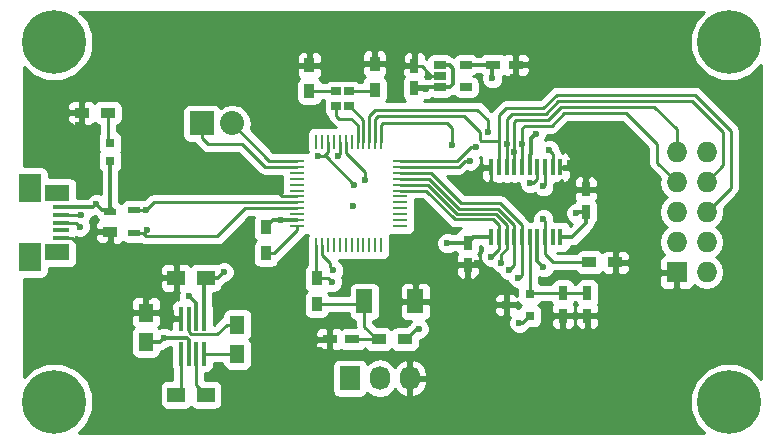
<source format=gtl>
G04 #@! TF.FileFunction,Copper,L1,Top,Signal*
%FSLAX46Y46*%
G04 Gerber Fmt 4.6, Leading zero omitted, Abs format (unit mm)*
G04 Created by KiCad (PCBNEW 4.0.2-stable) date 7/3/2016 12:03:50 AM*
%MOMM*%
G01*
G04 APERTURE LIST*
%ADD10C,0.100000*%
%ADD11R,1.727200X1.727200*%
%ADD12O,1.727200X1.727200*%
%ADD13R,0.750000X1.200000*%
%ADD14R,1.250000X1.500000*%
%ADD15R,1.200000X0.750000*%
%ADD16R,1.500000X1.250000*%
%ADD17R,0.900000X1.200000*%
%ADD18R,1.200000X0.900000*%
%ADD19R,1.060000X0.650000*%
%ADD20R,1.300000X0.250000*%
%ADD21R,0.250000X1.300000*%
%ADD22R,0.450000X1.450000*%
%ADD23R,0.800100X0.800100*%
%ADD24R,0.850000X0.650000*%
%ADD25R,2.032000X2.032000*%
%ADD26O,2.032000X2.032000*%
%ADD27R,1.727200X2.032000*%
%ADD28O,1.727200X2.032000*%
%ADD29R,0.340000X2.000000*%
%ADD30R,0.797560X0.797560*%
%ADD31R,1.400000X2.000000*%
%ADD32C,5.400000*%
%ADD33R,1.380000X0.450000*%
%ADD34R,2.100000X1.475000*%
%ADD35R,1.900000X2.375000*%
%ADD36R,1.000000X0.600000*%
%ADD37R,1.300000X0.900000*%
%ADD38C,0.600000*%
%ADD39C,0.250000*%
%ADD40C,0.300000*%
%ADD41C,0.254000*%
G04 APERTURE END LIST*
D10*
D11*
X103705000Y-78000000D03*
D12*
X106245000Y-78000000D03*
X103705000Y-75460000D03*
X106245000Y-75460000D03*
X103705000Y-72920000D03*
X106245000Y-72920000D03*
X103705000Y-70380000D03*
X106245000Y-70380000D03*
X103705000Y-67840000D03*
X106245000Y-67840000D03*
D13*
X81504000Y-62410000D03*
X81504000Y-60510000D03*
D14*
X58771000Y-83919000D03*
X58771000Y-81419000D03*
D15*
X88174000Y-60444000D03*
X90074000Y-60444000D03*
D16*
X63831000Y-88384000D03*
X61331000Y-88384000D03*
D14*
X66518000Y-84935000D03*
X66518000Y-82435000D03*
D15*
X76231000Y-83685000D03*
X74331000Y-83685000D03*
D13*
X86012500Y-75496000D03*
X86012500Y-77396000D03*
X96007400Y-72900200D03*
X96007400Y-71000200D03*
D16*
X63831000Y-78478000D03*
X61331000Y-78478000D03*
D13*
X94077000Y-79775900D03*
X94077000Y-81675900D03*
X96147100Y-79775900D03*
X96147100Y-81675900D03*
D17*
X68931000Y-76403000D03*
X68931000Y-74203000D03*
X73236300Y-80721000D03*
X73236300Y-78521000D03*
D18*
X96329800Y-77169900D03*
X98529800Y-77169900D03*
D17*
X72614000Y-60487000D03*
X72614000Y-62687000D03*
X78138500Y-60372700D03*
X78138500Y-62572700D03*
D19*
X83663000Y-60449000D03*
X83663000Y-61399000D03*
X83663000Y-62349000D03*
X85863000Y-62349000D03*
X85863000Y-60449000D03*
D20*
X71591400Y-68590600D03*
X71591400Y-69090600D03*
X71591400Y-69590600D03*
X71591400Y-70090600D03*
X71591400Y-70590600D03*
X71591400Y-71090600D03*
X71591400Y-71590600D03*
X71591400Y-72090600D03*
X71591400Y-72590600D03*
X71591400Y-73090600D03*
X71591400Y-73590600D03*
X71591400Y-74090600D03*
D21*
X73191400Y-75690600D03*
X73691400Y-75690600D03*
X74191400Y-75690600D03*
X74691400Y-75690600D03*
X75191400Y-75690600D03*
X75691400Y-75690600D03*
X76191400Y-75690600D03*
X76691400Y-75690600D03*
X77191400Y-75690600D03*
X77691400Y-75690600D03*
X78191400Y-75690600D03*
X78691400Y-75690600D03*
D20*
X80291400Y-74090600D03*
X80291400Y-73590600D03*
X80291400Y-73090600D03*
X80291400Y-72590600D03*
X80291400Y-72090600D03*
X80291400Y-71590600D03*
X80291400Y-71090600D03*
X80291400Y-70590600D03*
X80291400Y-70090600D03*
X80291400Y-69590600D03*
X80291400Y-69090600D03*
X80291400Y-68590600D03*
D21*
X78691400Y-66990600D03*
X78191400Y-66990600D03*
X77691400Y-66990600D03*
X77191400Y-66990600D03*
X76691400Y-66990600D03*
X76191400Y-66990600D03*
X75691400Y-66990600D03*
X75191400Y-66990600D03*
X74691400Y-66990600D03*
X74191400Y-66990600D03*
X73691400Y-66990600D03*
X73191400Y-66990600D03*
D22*
X93865100Y-69127200D03*
X93215100Y-69127200D03*
X92565100Y-69127200D03*
X91915100Y-69127200D03*
X91265100Y-69127200D03*
X90615100Y-69127200D03*
X89965100Y-69127200D03*
X89315100Y-69127200D03*
X88665100Y-69127200D03*
X88015100Y-69127200D03*
X88015100Y-75027200D03*
X88665100Y-75027200D03*
X89315100Y-75027200D03*
X89965100Y-75027200D03*
X90615100Y-75027200D03*
X91265100Y-75027200D03*
X91915100Y-75027200D03*
X92565100Y-75027200D03*
X93215100Y-75027200D03*
X93865100Y-75027200D03*
D23*
X91267760Y-81714000D03*
X91267760Y-79814000D03*
X89268780Y-80764000D03*
D24*
X74874600Y-62665900D03*
X75950900Y-62665900D03*
X74887300Y-63949200D03*
X75950900Y-63949200D03*
D25*
X63520800Y-65409700D03*
D26*
X66060800Y-65409700D03*
D27*
X76043000Y-86987000D03*
D28*
X78583000Y-86987000D03*
X81123000Y-86987000D03*
D29*
X63683000Y-84931000D03*
X63683000Y-81931000D03*
X63033000Y-84931000D03*
X63033000Y-81931000D03*
X62383000Y-84931000D03*
X62383000Y-81931000D03*
X61733000Y-84931000D03*
X61733000Y-81931000D03*
D30*
X55723000Y-68559300D03*
X55723000Y-67060700D03*
D18*
X55553000Y-64508000D03*
X53353000Y-64508000D03*
D31*
X81589900Y-80484600D03*
X77277900Y-80484600D03*
D32*
X51000000Y-89000000D03*
X51000000Y-58520000D03*
X108150000Y-58520000D03*
X108150000Y-89000000D03*
D18*
X80699000Y-83685000D03*
X78499000Y-83685000D03*
D33*
X51608900Y-75115400D03*
X51608900Y-74465400D03*
X51608900Y-73815400D03*
X51608900Y-73165400D03*
X51608900Y-72515400D03*
D34*
X51253300Y-76287300D03*
X51253300Y-71334300D03*
D35*
X48945900Y-70877100D03*
X48945900Y-76731800D03*
D36*
X55750300Y-72917000D03*
X57755000Y-74668000D03*
X57755000Y-72724900D03*
D37*
X55750300Y-74580600D03*
D38*
X90394000Y-82288000D03*
X70201000Y-73590600D03*
X82520000Y-62476000D03*
X60295000Y-83558000D03*
X54580000Y-72255000D03*
X62404000Y-80002000D03*
X55219900Y-75811000D03*
X53310000Y-75876500D03*
X88362000Y-70985000D03*
X86838000Y-77208000D03*
X92934000Y-82542000D03*
X87854000Y-80637000D03*
X84933000Y-77716000D03*
X89886000Y-61460000D03*
X80488000Y-59936000D03*
X94712000Y-68755300D03*
X98903000Y-75938000D03*
X73503000Y-84574000D03*
X96236000Y-69842000D03*
X79472000Y-60952000D03*
X74265000Y-60698000D03*
X69947000Y-71239000D03*
X82012000Y-78605000D03*
X60930000Y-81399000D03*
X59406000Y-78986000D03*
X59061000Y-80129000D03*
X53056000Y-65505000D03*
X88108000Y-61587000D03*
X91791000Y-66286000D03*
X76297000Y-72382000D03*
X95220000Y-73012600D03*
X81885000Y-82796000D03*
X92426000Y-77589000D03*
X84298000Y-75557000D03*
X65375000Y-77984000D03*
X74519000Y-78859000D03*
X74646000Y-77843000D03*
X84714385Y-67261512D03*
X89315100Y-67175000D03*
X86711000Y-67419010D03*
X89965100Y-67810000D03*
X90648000Y-67175000D03*
X86203000Y-68572000D03*
X90267000Y-78478000D03*
X89505000Y-77843000D03*
X88870000Y-77208000D03*
X87981000Y-76686300D03*
X92426000Y-73525000D03*
X87727000Y-66159000D03*
X75027000Y-68191000D03*
X92934000Y-67683000D03*
X76424000Y-70604000D03*
X73376000Y-68191000D03*
X92426000Y-70731000D03*
X77313000Y-70223000D03*
X91283000Y-70477000D03*
X58771000Y-72763000D03*
X53288600Y-73165400D03*
X58898000Y-74414000D03*
X53183000Y-74160000D03*
D39*
X108301000Y-70864000D02*
X106245000Y-72920000D01*
X108301000Y-66032000D02*
X108301000Y-70864000D01*
X78191400Y-66990600D02*
X78191400Y-65026600D01*
X78191400Y-65026600D02*
X78456000Y-64762000D01*
X78456000Y-64762000D02*
X85695000Y-64762000D01*
X87092000Y-66794000D02*
X87172999Y-66874999D01*
X85695000Y-64762000D02*
X87092000Y-66159000D01*
X87092000Y-66159000D02*
X87092000Y-66794000D01*
X87172999Y-66874999D02*
X88584101Y-66874999D01*
X88584101Y-66874999D02*
X88665100Y-66794000D01*
X88665100Y-69127200D02*
X88665100Y-66794000D01*
X88665100Y-66794000D02*
X88665100Y-64712900D01*
X105253000Y-62984000D02*
X108301000Y-66032000D01*
X101189000Y-62984000D02*
X101316000Y-62984000D01*
X93569000Y-62984000D02*
X101189000Y-62984000D01*
X101189000Y-62984000D02*
X105253000Y-62984000D01*
X92426000Y-64127000D02*
X93569000Y-62984000D01*
X89251000Y-64127000D02*
X92426000Y-64127000D01*
X88665100Y-64712900D02*
X89251000Y-64127000D01*
D40*
X83663000Y-60449000D02*
X84493000Y-60449000D01*
X84493000Y-60449000D02*
X84806000Y-60762000D01*
X84806000Y-60762000D02*
X84806000Y-62036000D01*
X84806000Y-62036000D02*
X84493000Y-62349000D01*
X84493000Y-62349000D02*
X83663000Y-62349000D01*
X55964300Y-72763000D02*
X55088000Y-72763000D01*
X55088000Y-72763000D02*
X54580000Y-72255000D01*
X90394000Y-82288000D02*
X90693760Y-82288000D01*
X90693760Y-82288000D02*
X91267760Y-81714000D01*
X71591400Y-73590600D02*
X70201000Y-73590600D01*
X70201000Y-73590600D02*
X69543400Y-73590600D01*
X82520000Y-62476000D02*
X81570000Y-62476000D01*
X81570000Y-62476000D02*
X81504000Y-62410000D01*
X83663000Y-62349000D02*
X81565000Y-62349000D01*
X81565000Y-62349000D02*
X81504000Y-62410000D01*
X69543400Y-73590600D02*
X68931000Y-74203000D01*
X62383000Y-84931000D02*
X62383000Y-83707767D01*
X62383000Y-83707767D02*
X62233233Y-83558000D01*
X62233233Y-83558000D02*
X60295000Y-83558000D01*
X59934000Y-83919000D02*
X60295000Y-83558000D01*
X58771000Y-83919000D02*
X59934000Y-83919000D01*
X54319601Y-72515399D02*
X54580000Y-72255000D01*
X52598901Y-72515399D02*
X54319601Y-72515399D01*
X63033000Y-81931000D02*
X63033000Y-80631000D01*
X63033000Y-80631000D02*
X62404000Y-80002000D01*
X55723000Y-68559300D02*
X55723000Y-72521700D01*
X55723000Y-72521700D02*
X55964300Y-72763000D01*
X51608900Y-72515400D02*
X52598901Y-72515399D01*
D39*
X55750300Y-74580600D02*
X55750300Y-75280600D01*
X55750300Y-75280600D02*
X55219900Y-75811000D01*
X51608900Y-75115400D02*
X52548900Y-75115400D01*
X52548900Y-75115400D02*
X53310000Y-75876500D01*
X88015100Y-70638100D02*
X88362000Y-70985000D01*
X88015100Y-69127200D02*
X88015100Y-70638100D01*
X86838000Y-77208000D02*
X86200500Y-77208000D01*
X86200500Y-77208000D02*
X86012500Y-77396000D01*
X86078500Y-77462000D02*
X86012500Y-77396000D01*
X92934000Y-82193900D02*
X92934000Y-82542000D01*
X94077000Y-81675900D02*
X93452000Y-81675900D01*
X93452000Y-81675900D02*
X92934000Y-82193900D01*
X94077000Y-81675900D02*
X96147100Y-81675900D01*
X87981000Y-80764000D02*
X87854000Y-80637000D01*
X89268780Y-80764000D02*
X87981000Y-80764000D01*
X85253000Y-77396000D02*
X84933000Y-77716000D01*
X86012500Y-77396000D02*
X85253000Y-77396000D01*
X82393000Y-60909000D02*
X82393000Y-60774000D01*
X82393000Y-60774000D02*
X82129000Y-60510000D01*
X82129000Y-60510000D02*
X81504000Y-60510000D01*
X83663000Y-61399000D02*
X82883000Y-61399000D01*
X82883000Y-61399000D02*
X82393000Y-60909000D01*
X89886000Y-61257000D02*
X89886000Y-61460000D01*
X90074000Y-60444000D02*
X90074000Y-61069000D01*
X90074000Y-61069000D02*
X89886000Y-61257000D01*
X80488000Y-60119000D02*
X80488000Y-59936000D01*
X81504000Y-60510000D02*
X80879000Y-60510000D01*
X80879000Y-60510000D02*
X80488000Y-60119000D01*
X93865100Y-69127200D02*
X94340100Y-69127200D01*
X94340100Y-69127200D02*
X94712000Y-68755300D01*
X98903000Y-76096700D02*
X98903000Y-75938000D01*
X98529800Y-77169900D02*
X98529800Y-76469900D01*
X98529800Y-76469900D02*
X98903000Y-76096700D01*
X74067000Y-84574000D02*
X73503000Y-84574000D01*
X74331000Y-83685000D02*
X74331000Y-84310000D01*
X74331000Y-84310000D02*
X74067000Y-84574000D01*
X96007400Y-70070600D02*
X96236000Y-69842000D01*
X96007400Y-71000200D02*
X96007400Y-70070600D01*
X78892700Y-60372700D02*
X79472000Y-60952000D01*
X78138500Y-60372700D02*
X78892700Y-60372700D01*
X74054000Y-60487000D02*
X74265000Y-60698000D01*
X72614000Y-60487000D02*
X74054000Y-60487000D01*
X70298600Y-71590600D02*
X69947000Y-71239000D01*
X71591400Y-71590600D02*
X70298600Y-71590600D01*
X81589900Y-79027100D02*
X82012000Y-78605000D01*
X81589900Y-80484600D02*
X81589900Y-79027100D01*
X60930000Y-81548000D02*
X60930000Y-81399000D01*
X61733000Y-81931000D02*
X61313000Y-81931000D01*
X61313000Y-81931000D02*
X60930000Y-81548000D01*
X59914000Y-78478000D02*
X59406000Y-78986000D01*
X61331000Y-78478000D02*
X59914000Y-78478000D01*
X58771000Y-81419000D02*
X58771000Y-80419000D01*
X58771000Y-80419000D02*
X59061000Y-80129000D01*
X53353000Y-64508000D02*
X53353000Y-65208000D01*
X53353000Y-65208000D02*
X53056000Y-65505000D01*
D40*
X91410000Y-67957300D02*
X91410000Y-66667000D01*
X91410000Y-66667000D02*
X91791000Y-66286000D01*
X91265100Y-69127200D02*
X91265100Y-68102200D01*
X91265100Y-68102200D02*
X91410000Y-67957300D01*
X88108000Y-61587000D02*
X88108000Y-60510000D01*
X88108000Y-60510000D02*
X88174000Y-60444000D01*
X88174000Y-60444000D02*
X85868000Y-60444000D01*
X85868000Y-60444000D02*
X85863000Y-60449000D01*
X96007400Y-72900200D02*
X95332400Y-72900200D01*
X95332400Y-72900200D02*
X95220000Y-73012600D01*
X81738000Y-82796000D02*
X81885000Y-82796000D01*
X80699000Y-83685000D02*
X80849000Y-83685000D01*
X80849000Y-83685000D02*
X81738000Y-82796000D01*
X91915100Y-77078100D02*
X92426000Y-77589000D01*
X91915100Y-75027200D02*
X91915100Y-77078100D01*
X94860800Y-75027200D02*
X96007400Y-73880600D01*
X96007400Y-73880600D02*
X96007400Y-72900200D01*
X93865100Y-75027200D02*
X94860800Y-75027200D01*
D39*
X63033000Y-84931000D02*
X63033000Y-87586000D01*
X63033000Y-87586000D02*
X63831000Y-88384000D01*
X61733000Y-84931000D02*
X61733000Y-87982000D01*
X61733000Y-87982000D02*
X61331000Y-88384000D01*
X66518000Y-84935000D02*
X63687000Y-84935000D01*
X63687000Y-84935000D02*
X63683000Y-84931000D01*
X62383000Y-81931000D02*
X62383000Y-83036002D01*
X62383000Y-83036002D02*
X62602999Y-83256001D01*
X62602999Y-83256001D02*
X64787999Y-83256001D01*
X64787999Y-83256001D02*
X65609000Y-82435000D01*
X65609000Y-82435000D02*
X66518000Y-82435000D01*
X73236300Y-80721000D02*
X77041500Y-80721000D01*
X77041500Y-80721000D02*
X77277900Y-80484600D01*
X78499000Y-83685000D02*
X76231000Y-83685000D01*
X77277900Y-80484600D02*
X77277900Y-82613900D01*
X77277900Y-82613900D02*
X78349000Y-83685000D01*
X78349000Y-83685000D02*
X78499000Y-83685000D01*
D40*
X86012500Y-75496000D02*
X84359000Y-75496000D01*
X84359000Y-75496000D02*
X84298000Y-75557000D01*
X63831000Y-78478000D02*
X64881000Y-78478000D01*
X64881000Y-78478000D02*
X65375000Y-77984000D01*
X88015100Y-75027200D02*
X86481300Y-75027200D01*
X86481300Y-75027200D02*
X86012500Y-75496000D01*
X63683000Y-81931000D02*
X63683000Y-78626000D01*
X63683000Y-78626000D02*
X63831000Y-78478000D01*
D39*
X96147100Y-79775900D02*
X94077000Y-79775900D01*
X94077000Y-79775900D02*
X91305860Y-79775900D01*
X91305860Y-79775900D02*
X91267760Y-79814000D01*
X91265100Y-75027200D02*
X91265100Y-79811340D01*
X91265100Y-79811340D02*
X91267760Y-79814000D01*
X63520800Y-66675700D02*
X63520800Y-66540000D01*
X63520800Y-66540000D02*
X63520800Y-65409700D01*
X66899000Y-67175000D02*
X64020100Y-67175000D01*
X64020100Y-67175000D02*
X63520800Y-66675700D01*
X68814600Y-69090600D02*
X66899000Y-67175000D01*
X71591400Y-69090600D02*
X68814600Y-69090600D01*
X69203600Y-68590600D02*
X69203600Y-68552500D01*
X69203600Y-68552500D02*
X66060800Y-65409700D01*
X71591400Y-68590600D02*
X69203600Y-68590600D01*
X73191400Y-75690600D02*
X73191400Y-78476100D01*
X73191400Y-78476100D02*
X73236300Y-78521000D01*
X74181000Y-78521000D02*
X74519000Y-78859000D01*
X73236300Y-78521000D02*
X74181000Y-78521000D01*
X74392000Y-77212200D02*
X74392000Y-77589000D01*
X74392000Y-77589000D02*
X74646000Y-77843000D01*
X73691400Y-75690600D02*
X73691400Y-76511600D01*
X73691400Y-76511600D02*
X74392000Y-77212200D01*
X107666000Y-68959000D02*
X106245000Y-70380000D01*
X107666000Y-66159000D02*
X107666000Y-68959000D01*
X84714385Y-67261512D02*
X84714385Y-65813385D01*
X84714385Y-65813385D02*
X84298000Y-65397000D01*
X84298000Y-65397000D02*
X78837000Y-65397000D01*
X78837000Y-65397000D02*
X78691400Y-65542600D01*
X78691400Y-65542600D02*
X78691400Y-66990600D01*
X84592488Y-67261512D02*
X84714385Y-67261512D01*
X89315100Y-67175000D02*
X89315100Y-65020910D01*
X89315100Y-69127200D02*
X89315100Y-67175000D01*
X89315100Y-65020910D02*
X89759000Y-64577010D01*
X89759000Y-64577010D02*
X92612401Y-64577009D01*
X92612401Y-64577009D02*
X93697410Y-63492000D01*
X93697410Y-63492000D02*
X104999000Y-63492000D01*
X104999000Y-63492000D02*
X107666000Y-66159000D01*
X103705000Y-65881000D02*
X103705000Y-67840000D01*
X86711000Y-67419010D02*
X86286736Y-67419010D01*
X86286736Y-67419010D02*
X85115146Y-68590600D01*
X85115146Y-68590600D02*
X84660400Y-68590600D01*
X80291400Y-68590600D02*
X84660400Y-68590600D01*
X86593990Y-67302000D02*
X86711000Y-67419010D01*
X89965100Y-67810000D02*
X89965100Y-65317900D01*
X89965100Y-69127200D02*
X89965100Y-67810000D01*
X89965100Y-65317900D02*
X90140000Y-65143000D01*
X90140000Y-65143000D02*
X92807000Y-65143000D01*
X92807000Y-65143000D02*
X93950000Y-64000000D01*
X93950000Y-64000000D02*
X101824000Y-64000000D01*
X101824000Y-64000000D02*
X103705000Y-65881000D01*
X103705000Y-70380000D02*
X102078000Y-68753000D01*
X90832990Y-65593010D02*
X90648000Y-65778000D01*
X90648000Y-65778000D02*
X90648000Y-67175000D01*
X102078000Y-68753000D02*
X102078000Y-67175000D01*
X102078000Y-67175000D02*
X99411000Y-64508000D01*
X99411000Y-64508000D02*
X94204000Y-64508000D01*
X94204000Y-64508000D02*
X93118990Y-65593010D01*
X93118990Y-65593010D02*
X90832990Y-65593010D01*
X90615100Y-69127200D02*
X90615100Y-67207900D01*
X90615100Y-67207900D02*
X90648000Y-67175000D01*
X85770156Y-68572000D02*
X86203000Y-68572000D01*
X80291400Y-69090600D02*
X85251556Y-69090600D01*
X85251556Y-69090600D02*
X85770156Y-68572000D01*
X80291400Y-69590600D02*
X82907830Y-69590600D01*
X82907830Y-69590600D02*
X85492201Y-72174971D01*
X85492201Y-72174971D02*
X88792792Y-72174972D01*
X88792792Y-72174972D02*
X90615100Y-73997280D01*
X90615100Y-73997280D02*
X90615100Y-75027200D01*
X90615100Y-74052200D02*
X90615100Y-75027200D01*
X90615100Y-78256900D02*
X90394000Y-78478000D01*
X90394000Y-78478000D02*
X90267000Y-78478000D01*
X90615100Y-75027200D02*
X90615100Y-78256900D01*
X80291400Y-70090600D02*
X82771420Y-70090600D01*
X82771420Y-70090600D02*
X85305800Y-72624980D01*
X89965100Y-74052200D02*
X89965100Y-75027200D01*
X85305800Y-72624980D02*
X88606391Y-72624981D01*
X88606391Y-72624981D02*
X89965100Y-73983690D01*
X89965100Y-73983690D02*
X89965100Y-74052200D01*
X89965100Y-77382900D02*
X89505000Y-77843000D01*
X89965100Y-75027200D02*
X89965100Y-77382900D01*
X80291400Y-70590600D02*
X82635010Y-70590600D01*
X82635010Y-70590600D02*
X85119400Y-73074990D01*
X89315100Y-73970100D02*
X89315100Y-75027200D01*
X85119400Y-73074990D02*
X88419990Y-73074990D01*
X88419990Y-73074990D02*
X89315100Y-73970100D01*
X88870000Y-76447300D02*
X88870000Y-77208000D01*
X89315100Y-75027200D02*
X89315100Y-76002200D01*
X89315100Y-76002200D02*
X88870000Y-76447300D01*
X80291400Y-71090600D02*
X82498600Y-71090600D01*
X82498600Y-71090600D02*
X84933000Y-73525000D01*
X84933000Y-73525000D02*
X88137900Y-73525000D01*
X88137900Y-73525000D02*
X88665100Y-74052200D01*
X88665100Y-74052200D02*
X88665100Y-75027200D01*
X88665100Y-75027200D02*
X88665100Y-76002200D01*
X88665100Y-76002200D02*
X87981000Y-76686300D01*
X71591400Y-74090600D02*
X71591400Y-74465600D01*
X71591400Y-74465600D02*
X69654000Y-76403000D01*
X69654000Y-76403000D02*
X68931000Y-76403000D01*
X92565100Y-73664100D02*
X92426000Y-73525000D01*
X92565100Y-74052200D02*
X92565100Y-73664100D01*
X86838000Y-64254000D02*
X87727000Y-65143000D01*
X87727000Y-65143000D02*
X87727000Y-66159000D01*
X78202000Y-64254000D02*
X86838000Y-64254000D01*
X77691400Y-64764600D02*
X78202000Y-64254000D01*
X77691400Y-66990600D02*
X77691400Y-64764600D01*
X92565100Y-75027200D02*
X92565100Y-74052200D01*
X92565100Y-74052200D02*
X92553000Y-74040100D01*
X92565100Y-76458100D02*
X93276900Y-77169900D01*
X93276900Y-77169900D02*
X96329800Y-77169900D01*
X92565100Y-75027200D02*
X92565100Y-76458100D01*
X75191400Y-68026600D02*
X75027000Y-68191000D01*
X75191400Y-66990600D02*
X75191400Y-68026600D01*
X93215100Y-67964100D02*
X92934000Y-67683000D01*
X93215100Y-69127200D02*
X93215100Y-67964100D01*
X74874600Y-62665900D02*
X72635100Y-62665900D01*
X72635100Y-62665900D02*
X72614000Y-62687000D01*
X75950900Y-62665900D02*
X78045300Y-62665900D01*
X78045300Y-62665900D02*
X78138500Y-62572700D01*
X74011000Y-68191000D02*
X76424000Y-70604000D01*
X73851002Y-68191000D02*
X74011000Y-68191000D01*
X73851002Y-68191000D02*
X73376000Y-68191000D01*
X74191400Y-66990600D02*
X74191400Y-67850602D01*
X74191400Y-67850602D02*
X73851002Y-68191000D01*
X92565100Y-70591900D02*
X92426000Y-70731000D01*
X92565100Y-69127200D02*
X92565100Y-70591900D01*
X75154000Y-65016000D02*
X74887300Y-64749300D01*
X74887300Y-64749300D02*
X74887300Y-63949200D01*
X76170000Y-65016000D02*
X75154000Y-65016000D01*
X76691400Y-65537400D02*
X76170000Y-65016000D01*
X76691400Y-66990600D02*
X76691400Y-65537400D01*
X75950900Y-63949200D02*
X76050900Y-63949200D01*
X76050900Y-63949200D02*
X77191400Y-65089700D01*
X77191400Y-65089700D02*
X77191400Y-66090600D01*
X77191400Y-66090600D02*
X77191400Y-66990600D01*
X77313000Y-69551998D02*
X77313000Y-70223000D01*
X76753800Y-68953000D02*
X77313000Y-69512200D01*
X77313000Y-69512200D02*
X77313000Y-69551998D01*
X75691400Y-66990600D02*
X75691400Y-67890600D01*
X75691400Y-67890600D02*
X76753800Y-68953000D01*
X91540300Y-70477000D02*
X91283000Y-70477000D01*
X91915100Y-69127200D02*
X91915100Y-70102200D01*
X91915100Y-70102200D02*
X91540300Y-70477000D01*
X58771000Y-72763000D02*
X59443400Y-72090600D01*
X59443400Y-72090600D02*
X71591400Y-72090600D01*
X58771000Y-72763000D02*
X57907400Y-72763000D01*
X51608900Y-73165400D02*
X53288600Y-73165400D01*
X64817900Y-74971100D02*
X59660000Y-74971100D01*
X59660000Y-74971100D02*
X59455100Y-74971100D01*
X57755000Y-74668000D02*
X58505000Y-74668000D01*
X58505000Y-74668000D02*
X58808100Y-74971100D01*
X58808100Y-74971100D02*
X59660000Y-74971100D01*
X57755000Y-74668000D02*
X58644000Y-74668000D01*
X58644000Y-74668000D02*
X58898000Y-74414000D01*
X64817900Y-74971100D02*
X67198400Y-72590600D01*
X67198400Y-72590600D02*
X71591400Y-72590600D01*
X52838400Y-73815400D02*
X53183000Y-74160000D01*
X51608900Y-73815400D02*
X52838400Y-73815400D01*
X55553000Y-64508000D02*
X55553000Y-66890700D01*
X55553000Y-66890700D02*
X55723000Y-67060700D01*
D41*
G36*
X105324373Y-56628407D02*
X104815580Y-57853717D01*
X104814422Y-59180462D01*
X105321076Y-60406658D01*
X106258407Y-61345627D01*
X107483717Y-61854420D01*
X108810462Y-61855578D01*
X110036658Y-61348924D01*
X110893000Y-60494076D01*
X110893000Y-87027268D01*
X110041593Y-86174373D01*
X108816283Y-85665580D01*
X107489538Y-85664422D01*
X106263342Y-86171076D01*
X105324373Y-87108407D01*
X104815580Y-88333717D01*
X104814422Y-89660462D01*
X105321076Y-90886658D01*
X106044154Y-91611000D01*
X53104963Y-91611000D01*
X53825627Y-90891593D01*
X54334420Y-89666283D01*
X54335578Y-88339538D01*
X53828924Y-87113342D01*
X52891593Y-86174373D01*
X51666283Y-85665580D01*
X50339538Y-85664422D01*
X49113342Y-86171076D01*
X48432000Y-86851229D01*
X48432000Y-83169000D01*
X57498560Y-83169000D01*
X57498560Y-84669000D01*
X57542838Y-84904317D01*
X57681910Y-85120441D01*
X57894110Y-85265431D01*
X58146000Y-85316440D01*
X59396000Y-85316440D01*
X59631317Y-85272162D01*
X59847441Y-85133090D01*
X59992431Y-84920890D01*
X60040648Y-84682786D01*
X60234407Y-84644245D01*
X60460545Y-84493145D01*
X60480167Y-84493162D01*
X60823943Y-84351117D01*
X60832074Y-84343000D01*
X60915560Y-84343000D01*
X60915560Y-85931000D01*
X60959838Y-86166317D01*
X60973000Y-86186771D01*
X60973000Y-87111560D01*
X60581000Y-87111560D01*
X60345683Y-87155838D01*
X60129559Y-87294910D01*
X59984569Y-87507110D01*
X59933560Y-87759000D01*
X59933560Y-89009000D01*
X59977838Y-89244317D01*
X60116910Y-89460441D01*
X60329110Y-89605431D01*
X60581000Y-89656440D01*
X62081000Y-89656440D01*
X62316317Y-89612162D01*
X62532441Y-89473090D01*
X62580134Y-89403289D01*
X62616910Y-89460441D01*
X62829110Y-89605431D01*
X63081000Y-89656440D01*
X64581000Y-89656440D01*
X64816317Y-89612162D01*
X65032441Y-89473090D01*
X65177431Y-89260890D01*
X65228440Y-89009000D01*
X65228440Y-87759000D01*
X65184162Y-87523683D01*
X65045090Y-87307559D01*
X64832890Y-87162569D01*
X64581000Y-87111560D01*
X63793000Y-87111560D01*
X63793000Y-86578440D01*
X63853000Y-86578440D01*
X64088317Y-86534162D01*
X64304441Y-86395090D01*
X64449431Y-86182890D01*
X64500440Y-85931000D01*
X64500440Y-85695000D01*
X65247442Y-85695000D01*
X65289838Y-85920317D01*
X65428910Y-86136441D01*
X65641110Y-86281431D01*
X65893000Y-86332440D01*
X67143000Y-86332440D01*
X67378317Y-86288162D01*
X67594441Y-86149090D01*
X67716124Y-85971000D01*
X74531960Y-85971000D01*
X74531960Y-88003000D01*
X74576238Y-88238317D01*
X74715310Y-88454441D01*
X74927510Y-88599431D01*
X75179400Y-88650440D01*
X76906600Y-88650440D01*
X77141917Y-88606162D01*
X77358041Y-88467090D01*
X77503031Y-88254890D01*
X77511400Y-88213561D01*
X77523330Y-88231415D01*
X78009511Y-88556271D01*
X78583000Y-88670345D01*
X79156489Y-88556271D01*
X79642670Y-88231415D01*
X79849461Y-87921931D01*
X80220964Y-88337732D01*
X80748209Y-88591709D01*
X80763974Y-88594358D01*
X80996000Y-88473217D01*
X80996000Y-87114000D01*
X81250000Y-87114000D01*
X81250000Y-88473217D01*
X81482026Y-88594358D01*
X81497791Y-88591709D01*
X82025036Y-88337732D01*
X82414954Y-87901320D01*
X82608184Y-87348913D01*
X82463924Y-87114000D01*
X81250000Y-87114000D01*
X80996000Y-87114000D01*
X80976000Y-87114000D01*
X80976000Y-86860000D01*
X80996000Y-86860000D01*
X80996000Y-85500783D01*
X81250000Y-85500783D01*
X81250000Y-86860000D01*
X82463924Y-86860000D01*
X82608184Y-86625087D01*
X82414954Y-86072680D01*
X82025036Y-85636268D01*
X81497791Y-85382291D01*
X81482026Y-85379642D01*
X81250000Y-85500783D01*
X80996000Y-85500783D01*
X80763974Y-85379642D01*
X80748209Y-85382291D01*
X80220964Y-85636268D01*
X79849461Y-86052069D01*
X79642670Y-85742585D01*
X79156489Y-85417729D01*
X78583000Y-85303655D01*
X78009511Y-85417729D01*
X77523330Y-85742585D01*
X77513757Y-85756913D01*
X77509762Y-85735683D01*
X77370690Y-85519559D01*
X77158490Y-85374569D01*
X76906600Y-85323560D01*
X75179400Y-85323560D01*
X74944083Y-85367838D01*
X74727959Y-85506910D01*
X74582969Y-85719110D01*
X74531960Y-85971000D01*
X67716124Y-85971000D01*
X67739431Y-85936890D01*
X67790440Y-85685000D01*
X67790440Y-84185000D01*
X67750127Y-83970750D01*
X73096000Y-83970750D01*
X73096000Y-84186310D01*
X73192673Y-84419699D01*
X73371302Y-84598327D01*
X73604691Y-84695000D01*
X74045250Y-84695000D01*
X74204000Y-84536250D01*
X74204000Y-83812000D01*
X73254750Y-83812000D01*
X73096000Y-83970750D01*
X67750127Y-83970750D01*
X67746162Y-83949683D01*
X67607090Y-83733559D01*
X67537289Y-83685866D01*
X67594441Y-83649090D01*
X67739431Y-83436890D01*
X67790440Y-83185000D01*
X67790440Y-83183690D01*
X73096000Y-83183690D01*
X73096000Y-83399250D01*
X73254750Y-83558000D01*
X74204000Y-83558000D01*
X74204000Y-82833750D01*
X74045250Y-82675000D01*
X73604691Y-82675000D01*
X73371302Y-82771673D01*
X73192673Y-82950301D01*
X73096000Y-83183690D01*
X67790440Y-83183690D01*
X67790440Y-81685000D01*
X67746162Y-81449683D01*
X67607090Y-81233559D01*
X67394890Y-81088569D01*
X67143000Y-81037560D01*
X65893000Y-81037560D01*
X65657683Y-81081838D01*
X65441559Y-81220910D01*
X65296569Y-81433110D01*
X65245560Y-81685000D01*
X65245560Y-81781362D01*
X65071599Y-81897599D01*
X64500440Y-82468758D01*
X64500440Y-80931000D01*
X64468000Y-80758596D01*
X64468000Y-79750440D01*
X64581000Y-79750440D01*
X64816317Y-79706162D01*
X65032441Y-79567090D01*
X65177431Y-79354890D01*
X65212323Y-79182588D01*
X65436079Y-79033079D01*
X65550005Y-78919153D01*
X65560167Y-78919162D01*
X65903943Y-78777117D01*
X66167192Y-78514327D01*
X66309838Y-78170799D01*
X66310162Y-77798833D01*
X66168117Y-77455057D01*
X65905327Y-77191808D01*
X65561799Y-77049162D01*
X65189833Y-77048838D01*
X64846057Y-77190883D01*
X64789133Y-77247708D01*
X64581000Y-77205560D01*
X63081000Y-77205560D01*
X62845683Y-77249838D01*
X62629559Y-77388910D01*
X62583031Y-77457006D01*
X62440698Y-77314673D01*
X62207309Y-77218000D01*
X61616750Y-77218000D01*
X61458000Y-77376750D01*
X61458000Y-78351000D01*
X61478000Y-78351000D01*
X61478000Y-78605000D01*
X61458000Y-78605000D01*
X61458000Y-79579250D01*
X61535116Y-79656366D01*
X61469162Y-79815201D01*
X61468838Y-80187167D01*
X61531098Y-80337848D01*
X61489250Y-80296000D01*
X61436691Y-80296000D01*
X61203302Y-80392673D01*
X61024673Y-80571301D01*
X60928000Y-80804690D01*
X60928000Y-81645250D01*
X61086750Y-81804000D01*
X61565560Y-81804000D01*
X61565560Y-82058000D01*
X61086750Y-82058000D01*
X60928000Y-82216750D01*
X60928000Y-82773000D01*
X60832506Y-82773000D01*
X60825327Y-82765808D01*
X60481799Y-82623162D01*
X60109833Y-82622838D01*
X59864396Y-82724250D01*
X59860090Y-82717559D01*
X59791994Y-82671031D01*
X59934327Y-82528698D01*
X60031000Y-82295309D01*
X60031000Y-81704750D01*
X59872250Y-81546000D01*
X58898000Y-81546000D01*
X58898000Y-81566000D01*
X58644000Y-81566000D01*
X58644000Y-81546000D01*
X57669750Y-81546000D01*
X57511000Y-81704750D01*
X57511000Y-82295309D01*
X57607673Y-82528698D01*
X57748910Y-82669936D01*
X57694559Y-82704910D01*
X57549569Y-82917110D01*
X57498560Y-83169000D01*
X48432000Y-83169000D01*
X48432000Y-80542691D01*
X57511000Y-80542691D01*
X57511000Y-81133250D01*
X57669750Y-81292000D01*
X58644000Y-81292000D01*
X58644000Y-80192750D01*
X58898000Y-80192750D01*
X58898000Y-81292000D01*
X59872250Y-81292000D01*
X60031000Y-81133250D01*
X60031000Y-80542691D01*
X59934327Y-80309302D01*
X59755699Y-80130673D01*
X59522310Y-80034000D01*
X59056750Y-80034000D01*
X58898000Y-80192750D01*
X58644000Y-80192750D01*
X58485250Y-80034000D01*
X58019690Y-80034000D01*
X57786301Y-80130673D01*
X57607673Y-80309302D01*
X57511000Y-80542691D01*
X48432000Y-80542691D01*
X48432000Y-78763750D01*
X59946000Y-78763750D01*
X59946000Y-79229310D01*
X60042673Y-79462699D01*
X60221302Y-79641327D01*
X60454691Y-79738000D01*
X61045250Y-79738000D01*
X61204000Y-79579250D01*
X61204000Y-78605000D01*
X60104750Y-78605000D01*
X59946000Y-78763750D01*
X48432000Y-78763750D01*
X48432000Y-78566740D01*
X49895900Y-78566740D01*
X50131217Y-78522462D01*
X50347341Y-78383390D01*
X50492331Y-78171190D01*
X50543340Y-77919300D01*
X50543340Y-77726690D01*
X59946000Y-77726690D01*
X59946000Y-78192250D01*
X60104750Y-78351000D01*
X61204000Y-78351000D01*
X61204000Y-77376750D01*
X61045250Y-77218000D01*
X60454691Y-77218000D01*
X60221302Y-77314673D01*
X60042673Y-77493301D01*
X59946000Y-77726690D01*
X50543340Y-77726690D01*
X50543340Y-77672240D01*
X52303300Y-77672240D01*
X52538617Y-77627962D01*
X52754741Y-77488890D01*
X52899731Y-77276690D01*
X52950740Y-77024800D01*
X52950740Y-75549800D01*
X52933900Y-75460303D01*
X52933900Y-75386650D01*
X52916829Y-75369579D01*
X52906462Y-75314483D01*
X52777722Y-75114416D01*
X52836430Y-75028495D01*
X52996201Y-75094838D01*
X53368167Y-75095162D01*
X53711943Y-74953117D01*
X53798861Y-74866350D01*
X54465300Y-74866350D01*
X54465300Y-75156910D01*
X54561973Y-75390299D01*
X54740602Y-75568927D01*
X54973991Y-75665600D01*
X55464550Y-75665600D01*
X55623300Y-75506850D01*
X55623300Y-74707600D01*
X54624050Y-74707600D01*
X54465300Y-74866350D01*
X53798861Y-74866350D01*
X53975192Y-74690327D01*
X54117838Y-74346799D01*
X54118162Y-73974833D01*
X54025602Y-73750821D01*
X54080792Y-73695727D01*
X54223438Y-73352199D01*
X54223483Y-73300399D01*
X54319601Y-73300399D01*
X54482783Y-73267940D01*
X54532919Y-73318076D01*
X54532921Y-73318079D01*
X54634672Y-73386066D01*
X54647138Y-73452317D01*
X54738530Y-73594345D01*
X54561973Y-73770901D01*
X54465300Y-74004290D01*
X54465300Y-74294850D01*
X54624050Y-74453600D01*
X55623300Y-74453600D01*
X55623300Y-74433600D01*
X55877300Y-74433600D01*
X55877300Y-74453600D01*
X55897300Y-74453600D01*
X55897300Y-74707600D01*
X55877300Y-74707600D01*
X55877300Y-75506850D01*
X56036050Y-75665600D01*
X56526609Y-75665600D01*
X56759998Y-75568927D01*
X56861353Y-75467573D01*
X57003110Y-75564431D01*
X57255000Y-75615440D01*
X58255000Y-75615440D01*
X58392129Y-75589637D01*
X58517261Y-75673248D01*
X58808100Y-75731100D01*
X64817900Y-75731100D01*
X65108739Y-75673248D01*
X65355301Y-75508501D01*
X67513202Y-73350600D01*
X67884917Y-73350600D01*
X67884569Y-73351110D01*
X67833560Y-73603000D01*
X67833560Y-74803000D01*
X67877838Y-75038317D01*
X68016910Y-75254441D01*
X68086711Y-75302134D01*
X68029559Y-75338910D01*
X67884569Y-75551110D01*
X67833560Y-75803000D01*
X67833560Y-77003000D01*
X67877838Y-77238317D01*
X68016910Y-77454441D01*
X68229110Y-77599431D01*
X68481000Y-77650440D01*
X69381000Y-77650440D01*
X69616317Y-77606162D01*
X69832441Y-77467090D01*
X69977431Y-77254890D01*
X70017600Y-77056531D01*
X70191401Y-76940401D01*
X72128801Y-75003001D01*
X72222320Y-74863040D01*
X72241400Y-74863040D01*
X72463375Y-74821272D01*
X72418960Y-75040600D01*
X72418960Y-76340600D01*
X72431400Y-76406713D01*
X72431400Y-77394788D01*
X72334859Y-77456910D01*
X72189869Y-77669110D01*
X72138860Y-77921000D01*
X72138860Y-79121000D01*
X72183138Y-79356317D01*
X72322210Y-79572441D01*
X72392011Y-79620134D01*
X72334859Y-79656910D01*
X72189869Y-79869110D01*
X72138860Y-80121000D01*
X72138860Y-81321000D01*
X72183138Y-81556317D01*
X72322210Y-81772441D01*
X72534410Y-81917431D01*
X72786300Y-81968440D01*
X73686300Y-81968440D01*
X73921617Y-81924162D01*
X74137741Y-81785090D01*
X74282731Y-81572890D01*
X74301339Y-81481000D01*
X75930460Y-81481000D01*
X75930460Y-81484600D01*
X75974738Y-81719917D01*
X76113810Y-81936041D01*
X76326010Y-82081031D01*
X76517900Y-82119890D01*
X76517900Y-82613900D01*
X76527579Y-82662560D01*
X75631000Y-82662560D01*
X75395683Y-82706838D01*
X75292354Y-82773329D01*
X75290698Y-82771673D01*
X75057309Y-82675000D01*
X74616750Y-82675000D01*
X74458000Y-82833750D01*
X74458000Y-83558000D01*
X74478000Y-83558000D01*
X74478000Y-83812000D01*
X74458000Y-83812000D01*
X74458000Y-84536250D01*
X74616750Y-84695000D01*
X75057309Y-84695000D01*
X75290698Y-84598327D01*
X75292068Y-84596957D01*
X75379110Y-84656431D01*
X75631000Y-84707440D01*
X76831000Y-84707440D01*
X77066317Y-84663162D01*
X77282441Y-84524090D01*
X77336481Y-84445000D01*
X77343895Y-84445000D01*
X77434910Y-84586441D01*
X77647110Y-84731431D01*
X77899000Y-84782440D01*
X79099000Y-84782440D01*
X79334317Y-84738162D01*
X79550441Y-84599090D01*
X79598134Y-84529289D01*
X79634910Y-84586441D01*
X79847110Y-84731431D01*
X80099000Y-84782440D01*
X81299000Y-84782440D01*
X81534317Y-84738162D01*
X81750441Y-84599090D01*
X81895431Y-84386890D01*
X81946440Y-84135000D01*
X81946440Y-83731054D01*
X82070167Y-83731162D01*
X82413943Y-83589117D01*
X82677192Y-83326327D01*
X82819838Y-82982799D01*
X82820162Y-82610833D01*
X82678117Y-82267057D01*
X82497361Y-82085986D01*
X82649598Y-82022927D01*
X82828227Y-81844299D01*
X82924900Y-81610910D01*
X82924900Y-81049750D01*
X88233730Y-81049750D01*
X88233730Y-81290359D01*
X88330403Y-81523748D01*
X88509031Y-81702377D01*
X88742420Y-81799050D01*
X88983030Y-81799050D01*
X89141780Y-81640300D01*
X89141780Y-80891000D01*
X88392480Y-80891000D01*
X88233730Y-81049750D01*
X82924900Y-81049750D01*
X82924900Y-80770350D01*
X82766150Y-80611600D01*
X81716900Y-80611600D01*
X81716900Y-80631600D01*
X81462900Y-80631600D01*
X81462900Y-80611600D01*
X80413650Y-80611600D01*
X80254900Y-80770350D01*
X80254900Y-81610910D01*
X80351573Y-81844299D01*
X80530202Y-82022927D01*
X80763591Y-82119600D01*
X81239136Y-82119600D01*
X81092808Y-82265673D01*
X81046395Y-82377447D01*
X80836282Y-82587560D01*
X80099000Y-82587560D01*
X79863683Y-82631838D01*
X79647559Y-82770910D01*
X79599866Y-82840711D01*
X79563090Y-82783559D01*
X79350890Y-82638569D01*
X79099000Y-82587560D01*
X78326362Y-82587560D01*
X78037900Y-82299098D01*
X78037900Y-82120750D01*
X78213217Y-82087762D01*
X78429341Y-81948690D01*
X78574331Y-81736490D01*
X78625340Y-81484600D01*
X78625340Y-79484600D01*
X78601574Y-79358290D01*
X80254900Y-79358290D01*
X80254900Y-80198850D01*
X80413650Y-80357600D01*
X81462900Y-80357600D01*
X81462900Y-79008350D01*
X81716900Y-79008350D01*
X81716900Y-80357600D01*
X82766150Y-80357600D01*
X82886109Y-80237641D01*
X88233730Y-80237641D01*
X88233730Y-80478250D01*
X88392480Y-80637000D01*
X89141780Y-80637000D01*
X89141780Y-79887700D01*
X88983030Y-79728950D01*
X88742420Y-79728950D01*
X88509031Y-79825623D01*
X88330403Y-80004252D01*
X88233730Y-80237641D01*
X82886109Y-80237641D01*
X82924900Y-80198850D01*
X82924900Y-79358290D01*
X82828227Y-79124901D01*
X82649598Y-78946273D01*
X82416209Y-78849600D01*
X81875650Y-78849600D01*
X81716900Y-79008350D01*
X81462900Y-79008350D01*
X81304150Y-78849600D01*
X80763591Y-78849600D01*
X80530202Y-78946273D01*
X80351573Y-79124901D01*
X80254900Y-79358290D01*
X78601574Y-79358290D01*
X78581062Y-79249283D01*
X78441990Y-79033159D01*
X78229790Y-78888169D01*
X77977900Y-78837160D01*
X76577900Y-78837160D01*
X76342583Y-78881438D01*
X76126459Y-79020510D01*
X75981469Y-79232710D01*
X75930460Y-79484600D01*
X75930460Y-79961000D01*
X74303634Y-79961000D01*
X74289462Y-79885683D01*
X74193228Y-79736131D01*
X74332201Y-79793838D01*
X74704167Y-79794162D01*
X75047943Y-79652117D01*
X75311192Y-79389327D01*
X75453838Y-79045799D01*
X75454162Y-78673833D01*
X75361591Y-78449794D01*
X75438192Y-78373327D01*
X75580838Y-78029799D01*
X75581141Y-77681750D01*
X85002500Y-77681750D01*
X85002500Y-78122309D01*
X85099173Y-78355698D01*
X85277801Y-78534327D01*
X85511190Y-78631000D01*
X85726750Y-78631000D01*
X85885500Y-78472250D01*
X85885500Y-77523000D01*
X86139500Y-77523000D01*
X86139500Y-78472250D01*
X86298250Y-78631000D01*
X86513810Y-78631000D01*
X86747199Y-78534327D01*
X86925827Y-78355698D01*
X87022500Y-78122309D01*
X87022500Y-77681750D01*
X86863750Y-77523000D01*
X86139500Y-77523000D01*
X85885500Y-77523000D01*
X85161250Y-77523000D01*
X85002500Y-77681750D01*
X75581141Y-77681750D01*
X75581162Y-77657833D01*
X75439117Y-77314057D01*
X75176327Y-77050808D01*
X75114816Y-77025266D01*
X75107411Y-76988040D01*
X75316400Y-76988040D01*
X75445989Y-76963656D01*
X75566400Y-76988040D01*
X75816400Y-76988040D01*
X75945989Y-76963656D01*
X76066400Y-76988040D01*
X76316400Y-76988040D01*
X76445989Y-76963656D01*
X76566400Y-76988040D01*
X76816400Y-76988040D01*
X76945989Y-76963656D01*
X77066400Y-76988040D01*
X77316400Y-76988040D01*
X77445989Y-76963656D01*
X77566400Y-76988040D01*
X77816400Y-76988040D01*
X77945989Y-76963656D01*
X78066400Y-76988040D01*
X78316400Y-76988040D01*
X78445989Y-76963656D01*
X78566400Y-76988040D01*
X78816400Y-76988040D01*
X79051717Y-76943762D01*
X79267841Y-76804690D01*
X79412831Y-76592490D01*
X79463840Y-76340600D01*
X79463840Y-75040600D01*
X79422072Y-74818625D01*
X79641400Y-74863040D01*
X80941400Y-74863040D01*
X81176717Y-74818762D01*
X81392841Y-74679690D01*
X81537831Y-74467490D01*
X81588840Y-74215600D01*
X81588840Y-73965600D01*
X81564456Y-73836011D01*
X81588840Y-73715600D01*
X81588840Y-73465600D01*
X81564456Y-73336011D01*
X81588840Y-73215600D01*
X81588840Y-72965600D01*
X81564456Y-72836011D01*
X81588840Y-72715600D01*
X81588840Y-72465600D01*
X81564456Y-72336011D01*
X81588840Y-72215600D01*
X81588840Y-71965600D01*
X81567201Y-71850600D01*
X82183798Y-71850600D01*
X84395598Y-74062401D01*
X84541667Y-74160000D01*
X84642161Y-74227148D01*
X84933000Y-74285000D01*
X85443838Y-74285000D01*
X85402183Y-74292838D01*
X85186059Y-74431910D01*
X85041069Y-74644110D01*
X85027523Y-74711000D01*
X84698744Y-74711000D01*
X84484799Y-74622162D01*
X84112833Y-74621838D01*
X83769057Y-74763883D01*
X83505808Y-75026673D01*
X83363162Y-75370201D01*
X83362838Y-75742167D01*
X83504883Y-76085943D01*
X83767673Y-76349192D01*
X84111201Y-76491838D01*
X84483167Y-76492162D01*
X84826943Y-76350117D01*
X84896181Y-76281000D01*
X85024870Y-76281000D01*
X85034338Y-76331317D01*
X85100829Y-76434646D01*
X85099173Y-76436302D01*
X85002500Y-76669691D01*
X85002500Y-77110250D01*
X85161250Y-77269000D01*
X85885500Y-77269000D01*
X85885500Y-77249000D01*
X86139500Y-77249000D01*
X86139500Y-77269000D01*
X86863750Y-77269000D01*
X87022500Y-77110250D01*
X87022500Y-76669691D01*
X86925827Y-76436302D01*
X86924457Y-76434932D01*
X86983931Y-76347890D01*
X87034940Y-76096000D01*
X87034940Y-75812200D01*
X87153950Y-75812200D01*
X87186938Y-75987517D01*
X87253671Y-76091223D01*
X87188808Y-76155973D01*
X87046162Y-76499501D01*
X87045838Y-76871467D01*
X87187883Y-77215243D01*
X87450673Y-77478492D01*
X87794201Y-77621138D01*
X88029118Y-77621343D01*
X88076883Y-77736943D01*
X88339673Y-78000192D01*
X88603554Y-78109765D01*
X88711883Y-78371943D01*
X88974673Y-78635192D01*
X89318201Y-78777838D01*
X89379241Y-78777891D01*
X89473883Y-79006943D01*
X89736673Y-79270192D01*
X90080201Y-79412838D01*
X90220470Y-79412960D01*
X90220270Y-79413950D01*
X90220270Y-80035910D01*
X90207157Y-80004252D01*
X90028529Y-79825623D01*
X89795140Y-79728950D01*
X89554530Y-79728950D01*
X89395780Y-79887700D01*
X89395780Y-80637000D01*
X90145080Y-80637000D01*
X90291237Y-80490843D01*
X90403620Y-80665491D01*
X90548717Y-80764632D01*
X90416269Y-80849860D01*
X90289489Y-81035409D01*
X90145080Y-80891000D01*
X89395780Y-80891000D01*
X89395780Y-81640300D01*
X89554530Y-81799050D01*
X89584627Y-81799050D01*
X89459162Y-82101201D01*
X89458838Y-82473167D01*
X89600883Y-82816943D01*
X89863673Y-83080192D01*
X90207201Y-83222838D01*
X90579167Y-83223162D01*
X90922943Y-83081117D01*
X90990129Y-83014048D01*
X90994167Y-83013245D01*
X91248839Y-82843079D01*
X91330428Y-82761490D01*
X91667810Y-82761490D01*
X91903127Y-82717212D01*
X92119251Y-82578140D01*
X92264241Y-82365940D01*
X92315250Y-82114050D01*
X92315250Y-81961650D01*
X93067000Y-81961650D01*
X93067000Y-82402209D01*
X93163673Y-82635598D01*
X93342301Y-82814227D01*
X93575690Y-82910900D01*
X93791250Y-82910900D01*
X93950000Y-82752150D01*
X93950000Y-81802900D01*
X94204000Y-81802900D01*
X94204000Y-82752150D01*
X94362750Y-82910900D01*
X94578310Y-82910900D01*
X94811699Y-82814227D01*
X94990327Y-82635598D01*
X95087000Y-82402209D01*
X95087000Y-81961650D01*
X95137100Y-81961650D01*
X95137100Y-82402209D01*
X95233773Y-82635598D01*
X95412401Y-82814227D01*
X95645790Y-82910900D01*
X95861350Y-82910900D01*
X96020100Y-82752150D01*
X96020100Y-81802900D01*
X96274100Y-81802900D01*
X96274100Y-82752150D01*
X96432850Y-82910900D01*
X96648410Y-82910900D01*
X96881799Y-82814227D01*
X97060427Y-82635598D01*
X97157100Y-82402209D01*
X97157100Y-81961650D01*
X96998350Y-81802900D01*
X96274100Y-81802900D01*
X96020100Y-81802900D01*
X95295850Y-81802900D01*
X95137100Y-81961650D01*
X95087000Y-81961650D01*
X94928250Y-81802900D01*
X94204000Y-81802900D01*
X93950000Y-81802900D01*
X93225750Y-81802900D01*
X93067000Y-81961650D01*
X92315250Y-81961650D01*
X92315250Y-81313950D01*
X92270972Y-81078633D01*
X92131900Y-80862509D01*
X91986803Y-80763368D01*
X92119251Y-80678140D01*
X92216439Y-80535900D01*
X93084666Y-80535900D01*
X93098838Y-80611217D01*
X93165329Y-80714546D01*
X93163673Y-80716202D01*
X93067000Y-80949591D01*
X93067000Y-81390150D01*
X93225750Y-81548900D01*
X93950000Y-81548900D01*
X93950000Y-81528900D01*
X94204000Y-81528900D01*
X94204000Y-81548900D01*
X94928250Y-81548900D01*
X95087000Y-81390150D01*
X95087000Y-80949591D01*
X94990327Y-80716202D01*
X94988957Y-80714832D01*
X95048431Y-80627790D01*
X95067039Y-80535900D01*
X95154766Y-80535900D01*
X95168938Y-80611217D01*
X95235429Y-80714546D01*
X95233773Y-80716202D01*
X95137100Y-80949591D01*
X95137100Y-81390150D01*
X95295850Y-81548900D01*
X96020100Y-81548900D01*
X96020100Y-81528900D01*
X96274100Y-81528900D01*
X96274100Y-81548900D01*
X96998350Y-81548900D01*
X97157100Y-81390150D01*
X97157100Y-80949591D01*
X97060427Y-80716202D01*
X97059057Y-80714832D01*
X97118531Y-80627790D01*
X97169540Y-80375900D01*
X97169540Y-79175900D01*
X97125262Y-78940583D01*
X96986190Y-78724459D01*
X96773990Y-78579469D01*
X96522100Y-78528460D01*
X95772100Y-78528460D01*
X95536783Y-78572738D01*
X95320659Y-78711810D01*
X95175669Y-78924010D01*
X95157061Y-79015900D01*
X95069334Y-79015900D01*
X95055162Y-78940583D01*
X94916090Y-78724459D01*
X94703890Y-78579469D01*
X94452000Y-78528460D01*
X93702000Y-78528460D01*
X93466683Y-78572738D01*
X93250559Y-78711810D01*
X93105569Y-78924010D01*
X93086961Y-79015900D01*
X92166256Y-79015900D01*
X92131900Y-78962509D01*
X92025100Y-78889536D01*
X92025100Y-78434935D01*
X92239201Y-78523838D01*
X92611167Y-78524162D01*
X92954943Y-78382117D01*
X93051478Y-78285750D01*
X102206400Y-78285750D01*
X102206400Y-78989909D01*
X102303073Y-79223298D01*
X102481701Y-79401927D01*
X102715090Y-79498600D01*
X103419250Y-79498600D01*
X103578000Y-79339850D01*
X103578000Y-78127000D01*
X102365150Y-78127000D01*
X102206400Y-78285750D01*
X93051478Y-78285750D01*
X93218192Y-78119327D01*
X93296849Y-77929900D01*
X95174695Y-77929900D01*
X95265710Y-78071341D01*
X95477910Y-78216331D01*
X95729800Y-78267340D01*
X96929800Y-78267340D01*
X97165117Y-78223062D01*
X97381241Y-78083990D01*
X97427769Y-78015894D01*
X97570102Y-78158227D01*
X97803491Y-78254900D01*
X98244050Y-78254900D01*
X98402800Y-78096150D01*
X98402800Y-77296900D01*
X98656800Y-77296900D01*
X98656800Y-78096150D01*
X98815550Y-78254900D01*
X99256109Y-78254900D01*
X99489498Y-78158227D01*
X99668127Y-77979599D01*
X99764800Y-77746210D01*
X99764800Y-77455650D01*
X99606050Y-77296900D01*
X98656800Y-77296900D01*
X98402800Y-77296900D01*
X98382800Y-77296900D01*
X98382800Y-77042900D01*
X98402800Y-77042900D01*
X98402800Y-76243650D01*
X98656800Y-76243650D01*
X98656800Y-77042900D01*
X99606050Y-77042900D01*
X99764800Y-76884150D01*
X99764800Y-76593590D01*
X99668127Y-76360201D01*
X99489498Y-76181573D01*
X99256109Y-76084900D01*
X98815550Y-76084900D01*
X98656800Y-76243650D01*
X98402800Y-76243650D01*
X98244050Y-76084900D01*
X97803491Y-76084900D01*
X97570102Y-76181573D01*
X97428864Y-76322810D01*
X97393890Y-76268459D01*
X97181690Y-76123469D01*
X96929800Y-76072460D01*
X95729800Y-76072460D01*
X95494483Y-76116738D01*
X95278359Y-76255810D01*
X95173074Y-76409900D01*
X93591702Y-76409900D01*
X93566547Y-76384745D01*
X93640100Y-76399640D01*
X94090100Y-76399640D01*
X94325417Y-76355362D01*
X94541541Y-76216290D01*
X94686531Y-76004090D01*
X94725390Y-75812200D01*
X94860800Y-75812200D01*
X95161207Y-75752445D01*
X95415879Y-75582279D01*
X96562479Y-74435679D01*
X96732645Y-74181007D01*
X96767226Y-74007155D01*
X96833841Y-73964290D01*
X96978831Y-73752090D01*
X97029840Y-73500200D01*
X97029840Y-72300200D01*
X96985562Y-72064883D01*
X96919071Y-71961554D01*
X96920727Y-71959898D01*
X97017400Y-71726509D01*
X97017400Y-71285950D01*
X96858650Y-71127200D01*
X96134400Y-71127200D01*
X96134400Y-71147200D01*
X95880400Y-71147200D01*
X95880400Y-71127200D01*
X95156150Y-71127200D01*
X94997400Y-71285950D01*
X94997400Y-71726509D01*
X95094073Y-71959898D01*
X95095443Y-71961268D01*
X95035969Y-72048310D01*
X95029636Y-72079586D01*
X94691057Y-72219483D01*
X94427808Y-72482273D01*
X94285162Y-72825801D01*
X94284838Y-73197767D01*
X94426883Y-73541543D01*
X94689673Y-73804792D01*
X94889906Y-73887936D01*
X94696065Y-74081777D01*
X94693262Y-74066883D01*
X94554190Y-73850759D01*
X94341990Y-73705769D01*
X94090100Y-73654760D01*
X93640100Y-73654760D01*
X93536429Y-73674267D01*
X93440100Y-73654760D01*
X93360888Y-73654760D01*
X93361162Y-73339833D01*
X93219117Y-72996057D01*
X92956327Y-72732808D01*
X92612799Y-72590162D01*
X92240833Y-72589838D01*
X91897057Y-72731883D01*
X91633808Y-72994673D01*
X91491162Y-73338201D01*
X91490886Y-73654919D01*
X91490100Y-73654760D01*
X91282716Y-73654760D01*
X91152501Y-73459879D01*
X89330193Y-71637571D01*
X89083631Y-71472824D01*
X88792792Y-71414972D01*
X85807003Y-71414971D01*
X84242632Y-69850600D01*
X85251556Y-69850600D01*
X85542395Y-69792748D01*
X85788957Y-69628001D01*
X85941245Y-69475713D01*
X86016201Y-69506838D01*
X86388167Y-69507162D01*
X86731943Y-69365117D01*
X86995192Y-69102327D01*
X87137838Y-68758799D01*
X87138162Y-68386833D01*
X87091345Y-68273526D01*
X87169447Y-68241255D01*
X87155100Y-68275891D01*
X87155100Y-68841450D01*
X87313850Y-69000200D01*
X87792660Y-69000200D01*
X87792660Y-69254200D01*
X87313850Y-69254200D01*
X87155100Y-69412950D01*
X87155100Y-69978509D01*
X87251773Y-70211898D01*
X87430401Y-70390527D01*
X87663790Y-70487200D01*
X87743850Y-70487200D01*
X87902600Y-70328450D01*
X87902600Y-70189559D01*
X87976010Y-70303641D01*
X88188210Y-70448631D01*
X88262908Y-70463758D01*
X88286350Y-70487200D01*
X88366410Y-70487200D01*
X88370435Y-70485533D01*
X88440100Y-70499640D01*
X88890100Y-70499640D01*
X88993771Y-70480133D01*
X89090100Y-70499640D01*
X89540100Y-70499640D01*
X89643771Y-70480133D01*
X89740100Y-70499640D01*
X90190100Y-70499640D01*
X90293771Y-70480133D01*
X90347987Y-70491112D01*
X90347838Y-70662167D01*
X90489883Y-71005943D01*
X90752673Y-71269192D01*
X91096201Y-71411838D01*
X91468167Y-71412162D01*
X91692363Y-71319526D01*
X91895673Y-71523192D01*
X92239201Y-71665838D01*
X92611167Y-71666162D01*
X92954943Y-71524117D01*
X93218192Y-71261327D01*
X93360838Y-70917799D01*
X93361162Y-70545833D01*
X93342075Y-70499640D01*
X93440100Y-70499640D01*
X93511423Y-70486220D01*
X93513790Y-70487200D01*
X93593850Y-70487200D01*
X93614162Y-70466888D01*
X93675417Y-70455362D01*
X93891541Y-70316290D01*
X93977600Y-70190338D01*
X93977600Y-70328450D01*
X94136350Y-70487200D01*
X94216410Y-70487200D01*
X94449799Y-70390527D01*
X94566434Y-70273891D01*
X94997400Y-70273891D01*
X94997400Y-70714450D01*
X95156150Y-70873200D01*
X95880400Y-70873200D01*
X95880400Y-69923950D01*
X96134400Y-69923950D01*
X96134400Y-70873200D01*
X96858650Y-70873200D01*
X97017400Y-70714450D01*
X97017400Y-70273891D01*
X96920727Y-70040502D01*
X96742099Y-69861873D01*
X96508710Y-69765200D01*
X96293150Y-69765200D01*
X96134400Y-69923950D01*
X95880400Y-69923950D01*
X95721650Y-69765200D01*
X95506090Y-69765200D01*
X95272701Y-69861873D01*
X95094073Y-70040502D01*
X94997400Y-70273891D01*
X94566434Y-70273891D01*
X94628427Y-70211898D01*
X94725100Y-69978509D01*
X94725100Y-69412950D01*
X94566350Y-69254200D01*
X94087540Y-69254200D01*
X94087540Y-69000200D01*
X94566350Y-69000200D01*
X94725100Y-68841450D01*
X94725100Y-68275891D01*
X94628427Y-68042502D01*
X94449799Y-67863873D01*
X94216410Y-67767200D01*
X94136350Y-67767200D01*
X93992102Y-67911448D01*
X93992102Y-67767200D01*
X93935934Y-67767200D01*
X93917248Y-67673261D01*
X93917248Y-67673260D01*
X93869072Y-67601160D01*
X93869162Y-67497833D01*
X93727117Y-67154057D01*
X93464327Y-66890808D01*
X93120799Y-66748162D01*
X92748833Y-66747838D01*
X92583216Y-66816269D01*
X92725838Y-66472799D01*
X92725942Y-66353010D01*
X93118990Y-66353010D01*
X93409829Y-66295158D01*
X93656391Y-66130411D01*
X94518802Y-65268000D01*
X99096198Y-65268000D01*
X101318000Y-67489802D01*
X101318000Y-68753000D01*
X101375852Y-69043839D01*
X101540599Y-69290401D01*
X102271842Y-70021644D01*
X102206400Y-70350641D01*
X102206400Y-70409359D01*
X102320474Y-70982848D01*
X102645330Y-71469029D01*
X102916172Y-71650000D01*
X102645330Y-71830971D01*
X102320474Y-72317152D01*
X102206400Y-72890641D01*
X102206400Y-72949359D01*
X102320474Y-73522848D01*
X102645330Y-74009029D01*
X102916172Y-74190000D01*
X102645330Y-74370971D01*
X102320474Y-74857152D01*
X102206400Y-75430641D01*
X102206400Y-75489359D01*
X102320474Y-76062848D01*
X102635526Y-76534356D01*
X102481701Y-76598073D01*
X102303073Y-76776702D01*
X102206400Y-77010091D01*
X102206400Y-77714250D01*
X102365150Y-77873000D01*
X103578000Y-77873000D01*
X103578000Y-77853000D01*
X103832000Y-77853000D01*
X103832000Y-77873000D01*
X103852000Y-77873000D01*
X103852000Y-78127000D01*
X103832000Y-78127000D01*
X103832000Y-79339850D01*
X103990750Y-79498600D01*
X104694910Y-79498600D01*
X104928299Y-79401927D01*
X105106927Y-79223298D01*
X105171263Y-79067977D01*
X105185330Y-79089029D01*
X105671511Y-79413885D01*
X106245000Y-79527959D01*
X106818489Y-79413885D01*
X107304670Y-79089029D01*
X107629526Y-78602848D01*
X107743600Y-78029359D01*
X107743600Y-77970641D01*
X107629526Y-77397152D01*
X107304670Y-76910971D01*
X107033828Y-76730000D01*
X107304670Y-76549029D01*
X107629526Y-76062848D01*
X107743600Y-75489359D01*
X107743600Y-75430641D01*
X107629526Y-74857152D01*
X107304670Y-74370971D01*
X107033828Y-74190000D01*
X107304670Y-74009029D01*
X107629526Y-73522848D01*
X107743600Y-72949359D01*
X107743600Y-72890641D01*
X107678158Y-72561644D01*
X108838401Y-71401401D01*
X109003148Y-71154839D01*
X109061000Y-70864000D01*
X109061000Y-66032000D01*
X109003148Y-65741161D01*
X108838401Y-65494599D01*
X105790401Y-62446599D01*
X105543839Y-62281852D01*
X105253000Y-62224000D01*
X93569000Y-62224000D01*
X93278161Y-62281852D01*
X93031599Y-62446599D01*
X92111198Y-63367000D01*
X89251000Y-63367000D01*
X88960161Y-63424852D01*
X88713599Y-63589599D01*
X88127699Y-64175499D01*
X88010180Y-64351378D01*
X87375401Y-63716599D01*
X87128839Y-63551852D01*
X86838000Y-63494000D01*
X82299500Y-63494000D01*
X82330441Y-63474090D01*
X82373635Y-63410873D01*
X82705167Y-63411162D01*
X82991608Y-63292807D01*
X83133000Y-63321440D01*
X84193000Y-63321440D01*
X84428317Y-63277162D01*
X84644441Y-63138090D01*
X84671495Y-63098495D01*
X84793407Y-63074245D01*
X84823170Y-63054358D01*
X84868910Y-63125441D01*
X85081110Y-63270431D01*
X85333000Y-63321440D01*
X86393000Y-63321440D01*
X86628317Y-63277162D01*
X86844441Y-63138090D01*
X86989431Y-62925890D01*
X87040440Y-62674000D01*
X87040440Y-62024000D01*
X86996162Y-61788683D01*
X86857090Y-61572559D01*
X86644890Y-61427569D01*
X86507880Y-61399824D01*
X86628317Y-61377162D01*
X86844441Y-61238090D01*
X86850652Y-61229000D01*
X87083243Y-61229000D01*
X87109910Y-61270441D01*
X87201155Y-61332786D01*
X87173162Y-61400201D01*
X87172838Y-61772167D01*
X87314883Y-62115943D01*
X87577673Y-62379192D01*
X87921201Y-62521838D01*
X88293167Y-62522162D01*
X88636943Y-62380117D01*
X88900192Y-62117327D01*
X89042838Y-61773799D01*
X89043162Y-61401833D01*
X89042689Y-61400688D01*
X89112646Y-61355671D01*
X89114302Y-61357327D01*
X89347691Y-61454000D01*
X89788250Y-61454000D01*
X89947000Y-61295250D01*
X89947000Y-60571000D01*
X90201000Y-60571000D01*
X90201000Y-61295250D01*
X90359750Y-61454000D01*
X90800309Y-61454000D01*
X91033698Y-61357327D01*
X91212327Y-61178699D01*
X91309000Y-60945310D01*
X91309000Y-60729750D01*
X91150250Y-60571000D01*
X90201000Y-60571000D01*
X89947000Y-60571000D01*
X89927000Y-60571000D01*
X89927000Y-60317000D01*
X89947000Y-60317000D01*
X89947000Y-59592750D01*
X90201000Y-59592750D01*
X90201000Y-60317000D01*
X91150250Y-60317000D01*
X91309000Y-60158250D01*
X91309000Y-59942690D01*
X91212327Y-59709301D01*
X91033698Y-59530673D01*
X90800309Y-59434000D01*
X90359750Y-59434000D01*
X90201000Y-59592750D01*
X89947000Y-59592750D01*
X89788250Y-59434000D01*
X89347691Y-59434000D01*
X89114302Y-59530673D01*
X89112932Y-59532043D01*
X89025890Y-59472569D01*
X88774000Y-59421560D01*
X87574000Y-59421560D01*
X87338683Y-59465838D01*
X87122559Y-59604910D01*
X87085601Y-59659000D01*
X86837246Y-59659000D01*
X86644890Y-59527569D01*
X86393000Y-59476560D01*
X85333000Y-59476560D01*
X85097683Y-59520838D01*
X84881559Y-59659910D01*
X84823978Y-59744182D01*
X84793407Y-59723755D01*
X84674860Y-59700174D01*
X84657090Y-59672559D01*
X84444890Y-59527569D01*
X84193000Y-59476560D01*
X83133000Y-59476560D01*
X82897683Y-59520838D01*
X82681559Y-59659910D01*
X82536569Y-59872110D01*
X82514000Y-59983559D01*
X82514000Y-59783691D01*
X82417327Y-59550302D01*
X82238699Y-59371673D01*
X82005310Y-59275000D01*
X81789750Y-59275000D01*
X81631000Y-59433750D01*
X81631000Y-60383000D01*
X81651000Y-60383000D01*
X81651000Y-60637000D01*
X81631000Y-60637000D01*
X81631000Y-60657000D01*
X81377000Y-60657000D01*
X81377000Y-60637000D01*
X80652750Y-60637000D01*
X80494000Y-60795750D01*
X80494000Y-61236309D01*
X80590673Y-61469698D01*
X80592043Y-61471068D01*
X80532569Y-61558110D01*
X80481560Y-61810000D01*
X80481560Y-63010000D01*
X80525838Y-63245317D01*
X80664910Y-63461441D01*
X80712562Y-63494000D01*
X79137505Y-63494000D01*
X79184931Y-63424590D01*
X79235940Y-63172700D01*
X79235940Y-61972700D01*
X79191662Y-61737383D01*
X79052590Y-61521259D01*
X78984494Y-61474731D01*
X79126827Y-61332398D01*
X79223500Y-61099009D01*
X79223500Y-60658450D01*
X79064750Y-60499700D01*
X78265500Y-60499700D01*
X78265500Y-60519700D01*
X78011500Y-60519700D01*
X78011500Y-60499700D01*
X77212250Y-60499700D01*
X77053500Y-60658450D01*
X77053500Y-61099009D01*
X77150173Y-61332398D01*
X77291410Y-61473636D01*
X77237059Y-61508610D01*
X77092069Y-61720810D01*
X77054587Y-61905900D01*
X76850569Y-61905900D01*
X76839990Y-61889459D01*
X76627790Y-61744469D01*
X76375900Y-61693460D01*
X75525900Y-61693460D01*
X75408596Y-61715532D01*
X75299600Y-61693460D01*
X74449600Y-61693460D01*
X74214283Y-61737738D01*
X73998159Y-61876810D01*
X73978283Y-61905900D01*
X73677364Y-61905900D01*
X73667162Y-61851683D01*
X73528090Y-61635559D01*
X73459994Y-61589031D01*
X73602327Y-61446698D01*
X73699000Y-61213309D01*
X73699000Y-60772750D01*
X73540250Y-60614000D01*
X72741000Y-60614000D01*
X72741000Y-60634000D01*
X72487000Y-60634000D01*
X72487000Y-60614000D01*
X71687750Y-60614000D01*
X71529000Y-60772750D01*
X71529000Y-61213309D01*
X71625673Y-61446698D01*
X71766910Y-61587936D01*
X71712559Y-61622910D01*
X71567569Y-61835110D01*
X71516560Y-62087000D01*
X71516560Y-63287000D01*
X71560838Y-63522317D01*
X71699910Y-63738441D01*
X71912110Y-63883431D01*
X72164000Y-63934440D01*
X73064000Y-63934440D01*
X73299317Y-63890162D01*
X73515441Y-63751090D01*
X73660431Y-63538890D01*
X73683312Y-63425900D01*
X73855017Y-63425900D01*
X73814860Y-63624200D01*
X73814860Y-64274200D01*
X73859138Y-64509517D01*
X73998210Y-64725641D01*
X74142158Y-64823997D01*
X74185152Y-65040139D01*
X74349899Y-65286701D01*
X74616599Y-65553401D01*
X74829836Y-65695881D01*
X74816400Y-65693160D01*
X74566400Y-65693160D01*
X74436811Y-65717544D01*
X74316400Y-65693160D01*
X74066400Y-65693160D01*
X73936811Y-65717544D01*
X73816400Y-65693160D01*
X73566400Y-65693160D01*
X73436811Y-65717544D01*
X73316400Y-65693160D01*
X73066400Y-65693160D01*
X72831083Y-65737438D01*
X72614959Y-65876510D01*
X72469969Y-66088710D01*
X72418960Y-66340600D01*
X72418960Y-67640600D01*
X72460728Y-67862575D01*
X72241400Y-67818160D01*
X70941400Y-67818160D01*
X70875287Y-67830600D01*
X69556502Y-67830600D01*
X67643181Y-65917279D01*
X67744145Y-65409700D01*
X67618470Y-64777890D01*
X67260578Y-64242267D01*
X66724955Y-63884375D01*
X66093145Y-63758700D01*
X66028455Y-63758700D01*
X65396645Y-63884375D01*
X65093838Y-64086704D01*
X65000890Y-63942259D01*
X64788690Y-63797269D01*
X64536800Y-63746260D01*
X62504800Y-63746260D01*
X62269483Y-63790538D01*
X62053359Y-63929610D01*
X61908369Y-64141810D01*
X61857360Y-64393700D01*
X61857360Y-66425700D01*
X61901638Y-66661017D01*
X62040710Y-66877141D01*
X62252910Y-67022131D01*
X62504800Y-67073140D01*
X62889880Y-67073140D01*
X62983399Y-67213101D01*
X63482699Y-67712401D01*
X63729261Y-67877148D01*
X64020100Y-67935000D01*
X66584198Y-67935000D01*
X68277199Y-69628002D01*
X68430275Y-69730283D01*
X68523761Y-69792748D01*
X68814600Y-69850600D01*
X70317248Y-69850600D01*
X70293960Y-69965600D01*
X70293960Y-70215600D01*
X70318344Y-70345189D01*
X70293960Y-70465600D01*
X70293960Y-70715600D01*
X70318344Y-70845189D01*
X70293960Y-70965600D01*
X70293960Y-71215600D01*
X70313850Y-71321305D01*
X70310000Y-71330600D01*
X59443400Y-71330600D01*
X59152560Y-71388452D01*
X58905999Y-71553199D01*
X58631320Y-71827878D01*
X58585833Y-71827838D01*
X58536063Y-71848402D01*
X58506890Y-71828469D01*
X58255000Y-71777460D01*
X57255000Y-71777460D01*
X57019683Y-71821738D01*
X56803559Y-71960810D01*
X56679806Y-72141929D01*
X56508000Y-72024539D01*
X56508000Y-69464139D01*
X56573221Y-69422170D01*
X56718211Y-69209970D01*
X56769220Y-68958080D01*
X56769220Y-68160520D01*
X56724942Y-67925203D01*
X56650815Y-67810007D01*
X56718211Y-67711370D01*
X56769220Y-67459480D01*
X56769220Y-66661920D01*
X56724942Y-66426603D01*
X56585870Y-66210479D01*
X56373670Y-66065489D01*
X56313000Y-66053203D01*
X56313000Y-65575334D01*
X56388317Y-65561162D01*
X56604441Y-65422090D01*
X56749431Y-65209890D01*
X56800440Y-64958000D01*
X56800440Y-64058000D01*
X56756162Y-63822683D01*
X56617090Y-63606559D01*
X56404890Y-63461569D01*
X56153000Y-63410560D01*
X54953000Y-63410560D01*
X54717683Y-63454838D01*
X54501559Y-63593910D01*
X54455031Y-63662006D01*
X54312698Y-63519673D01*
X54079309Y-63423000D01*
X53638750Y-63423000D01*
X53480000Y-63581750D01*
X53480000Y-64381000D01*
X53500000Y-64381000D01*
X53500000Y-64635000D01*
X53480000Y-64635000D01*
X53480000Y-65434250D01*
X53638750Y-65593000D01*
X54079309Y-65593000D01*
X54312698Y-65496327D01*
X54453936Y-65355090D01*
X54488910Y-65409441D01*
X54701110Y-65554431D01*
X54793000Y-65573039D01*
X54793000Y-66314590D01*
X54727789Y-66410030D01*
X54676780Y-66661920D01*
X54676780Y-67459480D01*
X54721058Y-67694797D01*
X54795185Y-67809993D01*
X54727789Y-67908630D01*
X54676780Y-68160520D01*
X54676780Y-68958080D01*
X54721058Y-69193397D01*
X54860130Y-69409521D01*
X54938000Y-69462727D01*
X54938000Y-71391251D01*
X54766799Y-71320162D01*
X54394833Y-71319838D01*
X54051057Y-71461883D01*
X53787808Y-71724673D01*
X53785430Y-71730399D01*
X52950740Y-71730399D01*
X52950740Y-70596800D01*
X52906462Y-70361483D01*
X52767390Y-70145359D01*
X52555190Y-70000369D01*
X52303300Y-69949360D01*
X50543340Y-69949360D01*
X50543340Y-69689600D01*
X50499062Y-69454283D01*
X50359990Y-69238159D01*
X50147790Y-69093169D01*
X49895900Y-69042160D01*
X48432000Y-69042160D01*
X48432000Y-64793750D01*
X52118000Y-64793750D01*
X52118000Y-65084310D01*
X52214673Y-65317699D01*
X52393302Y-65496327D01*
X52626691Y-65593000D01*
X53067250Y-65593000D01*
X53226000Y-65434250D01*
X53226000Y-64635000D01*
X52276750Y-64635000D01*
X52118000Y-64793750D01*
X48432000Y-64793750D01*
X48432000Y-63931690D01*
X52118000Y-63931690D01*
X52118000Y-64222250D01*
X52276750Y-64381000D01*
X53226000Y-64381000D01*
X53226000Y-63581750D01*
X53067250Y-63423000D01*
X52626691Y-63423000D01*
X52393302Y-63519673D01*
X52214673Y-63698301D01*
X52118000Y-63931690D01*
X48432000Y-63931690D01*
X48432000Y-60668038D01*
X49108407Y-61345627D01*
X50333717Y-61854420D01*
X51660462Y-61855578D01*
X52886658Y-61348924D01*
X53825627Y-60411593D01*
X54095905Y-59760691D01*
X71529000Y-59760691D01*
X71529000Y-60201250D01*
X71687750Y-60360000D01*
X72487000Y-60360000D01*
X72487000Y-59410750D01*
X72741000Y-59410750D01*
X72741000Y-60360000D01*
X73540250Y-60360000D01*
X73699000Y-60201250D01*
X73699000Y-59760691D01*
X73651656Y-59646391D01*
X77053500Y-59646391D01*
X77053500Y-60086950D01*
X77212250Y-60245700D01*
X78011500Y-60245700D01*
X78011500Y-59296450D01*
X78265500Y-59296450D01*
X78265500Y-60245700D01*
X79064750Y-60245700D01*
X79223500Y-60086950D01*
X79223500Y-59783691D01*
X80494000Y-59783691D01*
X80494000Y-60224250D01*
X80652750Y-60383000D01*
X81377000Y-60383000D01*
X81377000Y-59433750D01*
X81218250Y-59275000D01*
X81002690Y-59275000D01*
X80769301Y-59371673D01*
X80590673Y-59550302D01*
X80494000Y-59783691D01*
X79223500Y-59783691D01*
X79223500Y-59646391D01*
X79126827Y-59413002D01*
X78948199Y-59234373D01*
X78714810Y-59137700D01*
X78424250Y-59137700D01*
X78265500Y-59296450D01*
X78011500Y-59296450D01*
X77852750Y-59137700D01*
X77562190Y-59137700D01*
X77328801Y-59234373D01*
X77150173Y-59413002D01*
X77053500Y-59646391D01*
X73651656Y-59646391D01*
X73602327Y-59527302D01*
X73423699Y-59348673D01*
X73190310Y-59252000D01*
X72899750Y-59252000D01*
X72741000Y-59410750D01*
X72487000Y-59410750D01*
X72328250Y-59252000D01*
X72037690Y-59252000D01*
X71804301Y-59348673D01*
X71625673Y-59527302D01*
X71529000Y-59760691D01*
X54095905Y-59760691D01*
X54334420Y-59186283D01*
X54335578Y-57859538D01*
X53828924Y-56633342D01*
X53143779Y-55947000D01*
X106006971Y-55947000D01*
X105324373Y-56628407D01*
X105324373Y-56628407D01*
G37*
X105324373Y-56628407D02*
X104815580Y-57853717D01*
X104814422Y-59180462D01*
X105321076Y-60406658D01*
X106258407Y-61345627D01*
X107483717Y-61854420D01*
X108810462Y-61855578D01*
X110036658Y-61348924D01*
X110893000Y-60494076D01*
X110893000Y-87027268D01*
X110041593Y-86174373D01*
X108816283Y-85665580D01*
X107489538Y-85664422D01*
X106263342Y-86171076D01*
X105324373Y-87108407D01*
X104815580Y-88333717D01*
X104814422Y-89660462D01*
X105321076Y-90886658D01*
X106044154Y-91611000D01*
X53104963Y-91611000D01*
X53825627Y-90891593D01*
X54334420Y-89666283D01*
X54335578Y-88339538D01*
X53828924Y-87113342D01*
X52891593Y-86174373D01*
X51666283Y-85665580D01*
X50339538Y-85664422D01*
X49113342Y-86171076D01*
X48432000Y-86851229D01*
X48432000Y-83169000D01*
X57498560Y-83169000D01*
X57498560Y-84669000D01*
X57542838Y-84904317D01*
X57681910Y-85120441D01*
X57894110Y-85265431D01*
X58146000Y-85316440D01*
X59396000Y-85316440D01*
X59631317Y-85272162D01*
X59847441Y-85133090D01*
X59992431Y-84920890D01*
X60040648Y-84682786D01*
X60234407Y-84644245D01*
X60460545Y-84493145D01*
X60480167Y-84493162D01*
X60823943Y-84351117D01*
X60832074Y-84343000D01*
X60915560Y-84343000D01*
X60915560Y-85931000D01*
X60959838Y-86166317D01*
X60973000Y-86186771D01*
X60973000Y-87111560D01*
X60581000Y-87111560D01*
X60345683Y-87155838D01*
X60129559Y-87294910D01*
X59984569Y-87507110D01*
X59933560Y-87759000D01*
X59933560Y-89009000D01*
X59977838Y-89244317D01*
X60116910Y-89460441D01*
X60329110Y-89605431D01*
X60581000Y-89656440D01*
X62081000Y-89656440D01*
X62316317Y-89612162D01*
X62532441Y-89473090D01*
X62580134Y-89403289D01*
X62616910Y-89460441D01*
X62829110Y-89605431D01*
X63081000Y-89656440D01*
X64581000Y-89656440D01*
X64816317Y-89612162D01*
X65032441Y-89473090D01*
X65177431Y-89260890D01*
X65228440Y-89009000D01*
X65228440Y-87759000D01*
X65184162Y-87523683D01*
X65045090Y-87307559D01*
X64832890Y-87162569D01*
X64581000Y-87111560D01*
X63793000Y-87111560D01*
X63793000Y-86578440D01*
X63853000Y-86578440D01*
X64088317Y-86534162D01*
X64304441Y-86395090D01*
X64449431Y-86182890D01*
X64500440Y-85931000D01*
X64500440Y-85695000D01*
X65247442Y-85695000D01*
X65289838Y-85920317D01*
X65428910Y-86136441D01*
X65641110Y-86281431D01*
X65893000Y-86332440D01*
X67143000Y-86332440D01*
X67378317Y-86288162D01*
X67594441Y-86149090D01*
X67716124Y-85971000D01*
X74531960Y-85971000D01*
X74531960Y-88003000D01*
X74576238Y-88238317D01*
X74715310Y-88454441D01*
X74927510Y-88599431D01*
X75179400Y-88650440D01*
X76906600Y-88650440D01*
X77141917Y-88606162D01*
X77358041Y-88467090D01*
X77503031Y-88254890D01*
X77511400Y-88213561D01*
X77523330Y-88231415D01*
X78009511Y-88556271D01*
X78583000Y-88670345D01*
X79156489Y-88556271D01*
X79642670Y-88231415D01*
X79849461Y-87921931D01*
X80220964Y-88337732D01*
X80748209Y-88591709D01*
X80763974Y-88594358D01*
X80996000Y-88473217D01*
X80996000Y-87114000D01*
X81250000Y-87114000D01*
X81250000Y-88473217D01*
X81482026Y-88594358D01*
X81497791Y-88591709D01*
X82025036Y-88337732D01*
X82414954Y-87901320D01*
X82608184Y-87348913D01*
X82463924Y-87114000D01*
X81250000Y-87114000D01*
X80996000Y-87114000D01*
X80976000Y-87114000D01*
X80976000Y-86860000D01*
X80996000Y-86860000D01*
X80996000Y-85500783D01*
X81250000Y-85500783D01*
X81250000Y-86860000D01*
X82463924Y-86860000D01*
X82608184Y-86625087D01*
X82414954Y-86072680D01*
X82025036Y-85636268D01*
X81497791Y-85382291D01*
X81482026Y-85379642D01*
X81250000Y-85500783D01*
X80996000Y-85500783D01*
X80763974Y-85379642D01*
X80748209Y-85382291D01*
X80220964Y-85636268D01*
X79849461Y-86052069D01*
X79642670Y-85742585D01*
X79156489Y-85417729D01*
X78583000Y-85303655D01*
X78009511Y-85417729D01*
X77523330Y-85742585D01*
X77513757Y-85756913D01*
X77509762Y-85735683D01*
X77370690Y-85519559D01*
X77158490Y-85374569D01*
X76906600Y-85323560D01*
X75179400Y-85323560D01*
X74944083Y-85367838D01*
X74727959Y-85506910D01*
X74582969Y-85719110D01*
X74531960Y-85971000D01*
X67716124Y-85971000D01*
X67739431Y-85936890D01*
X67790440Y-85685000D01*
X67790440Y-84185000D01*
X67750127Y-83970750D01*
X73096000Y-83970750D01*
X73096000Y-84186310D01*
X73192673Y-84419699D01*
X73371302Y-84598327D01*
X73604691Y-84695000D01*
X74045250Y-84695000D01*
X74204000Y-84536250D01*
X74204000Y-83812000D01*
X73254750Y-83812000D01*
X73096000Y-83970750D01*
X67750127Y-83970750D01*
X67746162Y-83949683D01*
X67607090Y-83733559D01*
X67537289Y-83685866D01*
X67594441Y-83649090D01*
X67739431Y-83436890D01*
X67790440Y-83185000D01*
X67790440Y-83183690D01*
X73096000Y-83183690D01*
X73096000Y-83399250D01*
X73254750Y-83558000D01*
X74204000Y-83558000D01*
X74204000Y-82833750D01*
X74045250Y-82675000D01*
X73604691Y-82675000D01*
X73371302Y-82771673D01*
X73192673Y-82950301D01*
X73096000Y-83183690D01*
X67790440Y-83183690D01*
X67790440Y-81685000D01*
X67746162Y-81449683D01*
X67607090Y-81233559D01*
X67394890Y-81088569D01*
X67143000Y-81037560D01*
X65893000Y-81037560D01*
X65657683Y-81081838D01*
X65441559Y-81220910D01*
X65296569Y-81433110D01*
X65245560Y-81685000D01*
X65245560Y-81781362D01*
X65071599Y-81897599D01*
X64500440Y-82468758D01*
X64500440Y-80931000D01*
X64468000Y-80758596D01*
X64468000Y-79750440D01*
X64581000Y-79750440D01*
X64816317Y-79706162D01*
X65032441Y-79567090D01*
X65177431Y-79354890D01*
X65212323Y-79182588D01*
X65436079Y-79033079D01*
X65550005Y-78919153D01*
X65560167Y-78919162D01*
X65903943Y-78777117D01*
X66167192Y-78514327D01*
X66309838Y-78170799D01*
X66310162Y-77798833D01*
X66168117Y-77455057D01*
X65905327Y-77191808D01*
X65561799Y-77049162D01*
X65189833Y-77048838D01*
X64846057Y-77190883D01*
X64789133Y-77247708D01*
X64581000Y-77205560D01*
X63081000Y-77205560D01*
X62845683Y-77249838D01*
X62629559Y-77388910D01*
X62583031Y-77457006D01*
X62440698Y-77314673D01*
X62207309Y-77218000D01*
X61616750Y-77218000D01*
X61458000Y-77376750D01*
X61458000Y-78351000D01*
X61478000Y-78351000D01*
X61478000Y-78605000D01*
X61458000Y-78605000D01*
X61458000Y-79579250D01*
X61535116Y-79656366D01*
X61469162Y-79815201D01*
X61468838Y-80187167D01*
X61531098Y-80337848D01*
X61489250Y-80296000D01*
X61436691Y-80296000D01*
X61203302Y-80392673D01*
X61024673Y-80571301D01*
X60928000Y-80804690D01*
X60928000Y-81645250D01*
X61086750Y-81804000D01*
X61565560Y-81804000D01*
X61565560Y-82058000D01*
X61086750Y-82058000D01*
X60928000Y-82216750D01*
X60928000Y-82773000D01*
X60832506Y-82773000D01*
X60825327Y-82765808D01*
X60481799Y-82623162D01*
X60109833Y-82622838D01*
X59864396Y-82724250D01*
X59860090Y-82717559D01*
X59791994Y-82671031D01*
X59934327Y-82528698D01*
X60031000Y-82295309D01*
X60031000Y-81704750D01*
X59872250Y-81546000D01*
X58898000Y-81546000D01*
X58898000Y-81566000D01*
X58644000Y-81566000D01*
X58644000Y-81546000D01*
X57669750Y-81546000D01*
X57511000Y-81704750D01*
X57511000Y-82295309D01*
X57607673Y-82528698D01*
X57748910Y-82669936D01*
X57694559Y-82704910D01*
X57549569Y-82917110D01*
X57498560Y-83169000D01*
X48432000Y-83169000D01*
X48432000Y-80542691D01*
X57511000Y-80542691D01*
X57511000Y-81133250D01*
X57669750Y-81292000D01*
X58644000Y-81292000D01*
X58644000Y-80192750D01*
X58898000Y-80192750D01*
X58898000Y-81292000D01*
X59872250Y-81292000D01*
X60031000Y-81133250D01*
X60031000Y-80542691D01*
X59934327Y-80309302D01*
X59755699Y-80130673D01*
X59522310Y-80034000D01*
X59056750Y-80034000D01*
X58898000Y-80192750D01*
X58644000Y-80192750D01*
X58485250Y-80034000D01*
X58019690Y-80034000D01*
X57786301Y-80130673D01*
X57607673Y-80309302D01*
X57511000Y-80542691D01*
X48432000Y-80542691D01*
X48432000Y-78763750D01*
X59946000Y-78763750D01*
X59946000Y-79229310D01*
X60042673Y-79462699D01*
X60221302Y-79641327D01*
X60454691Y-79738000D01*
X61045250Y-79738000D01*
X61204000Y-79579250D01*
X61204000Y-78605000D01*
X60104750Y-78605000D01*
X59946000Y-78763750D01*
X48432000Y-78763750D01*
X48432000Y-78566740D01*
X49895900Y-78566740D01*
X50131217Y-78522462D01*
X50347341Y-78383390D01*
X50492331Y-78171190D01*
X50543340Y-77919300D01*
X50543340Y-77726690D01*
X59946000Y-77726690D01*
X59946000Y-78192250D01*
X60104750Y-78351000D01*
X61204000Y-78351000D01*
X61204000Y-77376750D01*
X61045250Y-77218000D01*
X60454691Y-77218000D01*
X60221302Y-77314673D01*
X60042673Y-77493301D01*
X59946000Y-77726690D01*
X50543340Y-77726690D01*
X50543340Y-77672240D01*
X52303300Y-77672240D01*
X52538617Y-77627962D01*
X52754741Y-77488890D01*
X52899731Y-77276690D01*
X52950740Y-77024800D01*
X52950740Y-75549800D01*
X52933900Y-75460303D01*
X52933900Y-75386650D01*
X52916829Y-75369579D01*
X52906462Y-75314483D01*
X52777722Y-75114416D01*
X52836430Y-75028495D01*
X52996201Y-75094838D01*
X53368167Y-75095162D01*
X53711943Y-74953117D01*
X53798861Y-74866350D01*
X54465300Y-74866350D01*
X54465300Y-75156910D01*
X54561973Y-75390299D01*
X54740602Y-75568927D01*
X54973991Y-75665600D01*
X55464550Y-75665600D01*
X55623300Y-75506850D01*
X55623300Y-74707600D01*
X54624050Y-74707600D01*
X54465300Y-74866350D01*
X53798861Y-74866350D01*
X53975192Y-74690327D01*
X54117838Y-74346799D01*
X54118162Y-73974833D01*
X54025602Y-73750821D01*
X54080792Y-73695727D01*
X54223438Y-73352199D01*
X54223483Y-73300399D01*
X54319601Y-73300399D01*
X54482783Y-73267940D01*
X54532919Y-73318076D01*
X54532921Y-73318079D01*
X54634672Y-73386066D01*
X54647138Y-73452317D01*
X54738530Y-73594345D01*
X54561973Y-73770901D01*
X54465300Y-74004290D01*
X54465300Y-74294850D01*
X54624050Y-74453600D01*
X55623300Y-74453600D01*
X55623300Y-74433600D01*
X55877300Y-74433600D01*
X55877300Y-74453600D01*
X55897300Y-74453600D01*
X55897300Y-74707600D01*
X55877300Y-74707600D01*
X55877300Y-75506850D01*
X56036050Y-75665600D01*
X56526609Y-75665600D01*
X56759998Y-75568927D01*
X56861353Y-75467573D01*
X57003110Y-75564431D01*
X57255000Y-75615440D01*
X58255000Y-75615440D01*
X58392129Y-75589637D01*
X58517261Y-75673248D01*
X58808100Y-75731100D01*
X64817900Y-75731100D01*
X65108739Y-75673248D01*
X65355301Y-75508501D01*
X67513202Y-73350600D01*
X67884917Y-73350600D01*
X67884569Y-73351110D01*
X67833560Y-73603000D01*
X67833560Y-74803000D01*
X67877838Y-75038317D01*
X68016910Y-75254441D01*
X68086711Y-75302134D01*
X68029559Y-75338910D01*
X67884569Y-75551110D01*
X67833560Y-75803000D01*
X67833560Y-77003000D01*
X67877838Y-77238317D01*
X68016910Y-77454441D01*
X68229110Y-77599431D01*
X68481000Y-77650440D01*
X69381000Y-77650440D01*
X69616317Y-77606162D01*
X69832441Y-77467090D01*
X69977431Y-77254890D01*
X70017600Y-77056531D01*
X70191401Y-76940401D01*
X72128801Y-75003001D01*
X72222320Y-74863040D01*
X72241400Y-74863040D01*
X72463375Y-74821272D01*
X72418960Y-75040600D01*
X72418960Y-76340600D01*
X72431400Y-76406713D01*
X72431400Y-77394788D01*
X72334859Y-77456910D01*
X72189869Y-77669110D01*
X72138860Y-77921000D01*
X72138860Y-79121000D01*
X72183138Y-79356317D01*
X72322210Y-79572441D01*
X72392011Y-79620134D01*
X72334859Y-79656910D01*
X72189869Y-79869110D01*
X72138860Y-80121000D01*
X72138860Y-81321000D01*
X72183138Y-81556317D01*
X72322210Y-81772441D01*
X72534410Y-81917431D01*
X72786300Y-81968440D01*
X73686300Y-81968440D01*
X73921617Y-81924162D01*
X74137741Y-81785090D01*
X74282731Y-81572890D01*
X74301339Y-81481000D01*
X75930460Y-81481000D01*
X75930460Y-81484600D01*
X75974738Y-81719917D01*
X76113810Y-81936041D01*
X76326010Y-82081031D01*
X76517900Y-82119890D01*
X76517900Y-82613900D01*
X76527579Y-82662560D01*
X75631000Y-82662560D01*
X75395683Y-82706838D01*
X75292354Y-82773329D01*
X75290698Y-82771673D01*
X75057309Y-82675000D01*
X74616750Y-82675000D01*
X74458000Y-82833750D01*
X74458000Y-83558000D01*
X74478000Y-83558000D01*
X74478000Y-83812000D01*
X74458000Y-83812000D01*
X74458000Y-84536250D01*
X74616750Y-84695000D01*
X75057309Y-84695000D01*
X75290698Y-84598327D01*
X75292068Y-84596957D01*
X75379110Y-84656431D01*
X75631000Y-84707440D01*
X76831000Y-84707440D01*
X77066317Y-84663162D01*
X77282441Y-84524090D01*
X77336481Y-84445000D01*
X77343895Y-84445000D01*
X77434910Y-84586441D01*
X77647110Y-84731431D01*
X77899000Y-84782440D01*
X79099000Y-84782440D01*
X79334317Y-84738162D01*
X79550441Y-84599090D01*
X79598134Y-84529289D01*
X79634910Y-84586441D01*
X79847110Y-84731431D01*
X80099000Y-84782440D01*
X81299000Y-84782440D01*
X81534317Y-84738162D01*
X81750441Y-84599090D01*
X81895431Y-84386890D01*
X81946440Y-84135000D01*
X81946440Y-83731054D01*
X82070167Y-83731162D01*
X82413943Y-83589117D01*
X82677192Y-83326327D01*
X82819838Y-82982799D01*
X82820162Y-82610833D01*
X82678117Y-82267057D01*
X82497361Y-82085986D01*
X82649598Y-82022927D01*
X82828227Y-81844299D01*
X82924900Y-81610910D01*
X82924900Y-81049750D01*
X88233730Y-81049750D01*
X88233730Y-81290359D01*
X88330403Y-81523748D01*
X88509031Y-81702377D01*
X88742420Y-81799050D01*
X88983030Y-81799050D01*
X89141780Y-81640300D01*
X89141780Y-80891000D01*
X88392480Y-80891000D01*
X88233730Y-81049750D01*
X82924900Y-81049750D01*
X82924900Y-80770350D01*
X82766150Y-80611600D01*
X81716900Y-80611600D01*
X81716900Y-80631600D01*
X81462900Y-80631600D01*
X81462900Y-80611600D01*
X80413650Y-80611600D01*
X80254900Y-80770350D01*
X80254900Y-81610910D01*
X80351573Y-81844299D01*
X80530202Y-82022927D01*
X80763591Y-82119600D01*
X81239136Y-82119600D01*
X81092808Y-82265673D01*
X81046395Y-82377447D01*
X80836282Y-82587560D01*
X80099000Y-82587560D01*
X79863683Y-82631838D01*
X79647559Y-82770910D01*
X79599866Y-82840711D01*
X79563090Y-82783559D01*
X79350890Y-82638569D01*
X79099000Y-82587560D01*
X78326362Y-82587560D01*
X78037900Y-82299098D01*
X78037900Y-82120750D01*
X78213217Y-82087762D01*
X78429341Y-81948690D01*
X78574331Y-81736490D01*
X78625340Y-81484600D01*
X78625340Y-79484600D01*
X78601574Y-79358290D01*
X80254900Y-79358290D01*
X80254900Y-80198850D01*
X80413650Y-80357600D01*
X81462900Y-80357600D01*
X81462900Y-79008350D01*
X81716900Y-79008350D01*
X81716900Y-80357600D01*
X82766150Y-80357600D01*
X82886109Y-80237641D01*
X88233730Y-80237641D01*
X88233730Y-80478250D01*
X88392480Y-80637000D01*
X89141780Y-80637000D01*
X89141780Y-79887700D01*
X88983030Y-79728950D01*
X88742420Y-79728950D01*
X88509031Y-79825623D01*
X88330403Y-80004252D01*
X88233730Y-80237641D01*
X82886109Y-80237641D01*
X82924900Y-80198850D01*
X82924900Y-79358290D01*
X82828227Y-79124901D01*
X82649598Y-78946273D01*
X82416209Y-78849600D01*
X81875650Y-78849600D01*
X81716900Y-79008350D01*
X81462900Y-79008350D01*
X81304150Y-78849600D01*
X80763591Y-78849600D01*
X80530202Y-78946273D01*
X80351573Y-79124901D01*
X80254900Y-79358290D01*
X78601574Y-79358290D01*
X78581062Y-79249283D01*
X78441990Y-79033159D01*
X78229790Y-78888169D01*
X77977900Y-78837160D01*
X76577900Y-78837160D01*
X76342583Y-78881438D01*
X76126459Y-79020510D01*
X75981469Y-79232710D01*
X75930460Y-79484600D01*
X75930460Y-79961000D01*
X74303634Y-79961000D01*
X74289462Y-79885683D01*
X74193228Y-79736131D01*
X74332201Y-79793838D01*
X74704167Y-79794162D01*
X75047943Y-79652117D01*
X75311192Y-79389327D01*
X75453838Y-79045799D01*
X75454162Y-78673833D01*
X75361591Y-78449794D01*
X75438192Y-78373327D01*
X75580838Y-78029799D01*
X75581141Y-77681750D01*
X85002500Y-77681750D01*
X85002500Y-78122309D01*
X85099173Y-78355698D01*
X85277801Y-78534327D01*
X85511190Y-78631000D01*
X85726750Y-78631000D01*
X85885500Y-78472250D01*
X85885500Y-77523000D01*
X86139500Y-77523000D01*
X86139500Y-78472250D01*
X86298250Y-78631000D01*
X86513810Y-78631000D01*
X86747199Y-78534327D01*
X86925827Y-78355698D01*
X87022500Y-78122309D01*
X87022500Y-77681750D01*
X86863750Y-77523000D01*
X86139500Y-77523000D01*
X85885500Y-77523000D01*
X85161250Y-77523000D01*
X85002500Y-77681750D01*
X75581141Y-77681750D01*
X75581162Y-77657833D01*
X75439117Y-77314057D01*
X75176327Y-77050808D01*
X75114816Y-77025266D01*
X75107411Y-76988040D01*
X75316400Y-76988040D01*
X75445989Y-76963656D01*
X75566400Y-76988040D01*
X75816400Y-76988040D01*
X75945989Y-76963656D01*
X76066400Y-76988040D01*
X76316400Y-76988040D01*
X76445989Y-76963656D01*
X76566400Y-76988040D01*
X76816400Y-76988040D01*
X76945989Y-76963656D01*
X77066400Y-76988040D01*
X77316400Y-76988040D01*
X77445989Y-76963656D01*
X77566400Y-76988040D01*
X77816400Y-76988040D01*
X77945989Y-76963656D01*
X78066400Y-76988040D01*
X78316400Y-76988040D01*
X78445989Y-76963656D01*
X78566400Y-76988040D01*
X78816400Y-76988040D01*
X79051717Y-76943762D01*
X79267841Y-76804690D01*
X79412831Y-76592490D01*
X79463840Y-76340600D01*
X79463840Y-75040600D01*
X79422072Y-74818625D01*
X79641400Y-74863040D01*
X80941400Y-74863040D01*
X81176717Y-74818762D01*
X81392841Y-74679690D01*
X81537831Y-74467490D01*
X81588840Y-74215600D01*
X81588840Y-73965600D01*
X81564456Y-73836011D01*
X81588840Y-73715600D01*
X81588840Y-73465600D01*
X81564456Y-73336011D01*
X81588840Y-73215600D01*
X81588840Y-72965600D01*
X81564456Y-72836011D01*
X81588840Y-72715600D01*
X81588840Y-72465600D01*
X81564456Y-72336011D01*
X81588840Y-72215600D01*
X81588840Y-71965600D01*
X81567201Y-71850600D01*
X82183798Y-71850600D01*
X84395598Y-74062401D01*
X84541667Y-74160000D01*
X84642161Y-74227148D01*
X84933000Y-74285000D01*
X85443838Y-74285000D01*
X85402183Y-74292838D01*
X85186059Y-74431910D01*
X85041069Y-74644110D01*
X85027523Y-74711000D01*
X84698744Y-74711000D01*
X84484799Y-74622162D01*
X84112833Y-74621838D01*
X83769057Y-74763883D01*
X83505808Y-75026673D01*
X83363162Y-75370201D01*
X83362838Y-75742167D01*
X83504883Y-76085943D01*
X83767673Y-76349192D01*
X84111201Y-76491838D01*
X84483167Y-76492162D01*
X84826943Y-76350117D01*
X84896181Y-76281000D01*
X85024870Y-76281000D01*
X85034338Y-76331317D01*
X85100829Y-76434646D01*
X85099173Y-76436302D01*
X85002500Y-76669691D01*
X85002500Y-77110250D01*
X85161250Y-77269000D01*
X85885500Y-77269000D01*
X85885500Y-77249000D01*
X86139500Y-77249000D01*
X86139500Y-77269000D01*
X86863750Y-77269000D01*
X87022500Y-77110250D01*
X87022500Y-76669691D01*
X86925827Y-76436302D01*
X86924457Y-76434932D01*
X86983931Y-76347890D01*
X87034940Y-76096000D01*
X87034940Y-75812200D01*
X87153950Y-75812200D01*
X87186938Y-75987517D01*
X87253671Y-76091223D01*
X87188808Y-76155973D01*
X87046162Y-76499501D01*
X87045838Y-76871467D01*
X87187883Y-77215243D01*
X87450673Y-77478492D01*
X87794201Y-77621138D01*
X88029118Y-77621343D01*
X88076883Y-77736943D01*
X88339673Y-78000192D01*
X88603554Y-78109765D01*
X88711883Y-78371943D01*
X88974673Y-78635192D01*
X89318201Y-78777838D01*
X89379241Y-78777891D01*
X89473883Y-79006943D01*
X89736673Y-79270192D01*
X90080201Y-79412838D01*
X90220470Y-79412960D01*
X90220270Y-79413950D01*
X90220270Y-80035910D01*
X90207157Y-80004252D01*
X90028529Y-79825623D01*
X89795140Y-79728950D01*
X89554530Y-79728950D01*
X89395780Y-79887700D01*
X89395780Y-80637000D01*
X90145080Y-80637000D01*
X90291237Y-80490843D01*
X90403620Y-80665491D01*
X90548717Y-80764632D01*
X90416269Y-80849860D01*
X90289489Y-81035409D01*
X90145080Y-80891000D01*
X89395780Y-80891000D01*
X89395780Y-81640300D01*
X89554530Y-81799050D01*
X89584627Y-81799050D01*
X89459162Y-82101201D01*
X89458838Y-82473167D01*
X89600883Y-82816943D01*
X89863673Y-83080192D01*
X90207201Y-83222838D01*
X90579167Y-83223162D01*
X90922943Y-83081117D01*
X90990129Y-83014048D01*
X90994167Y-83013245D01*
X91248839Y-82843079D01*
X91330428Y-82761490D01*
X91667810Y-82761490D01*
X91903127Y-82717212D01*
X92119251Y-82578140D01*
X92264241Y-82365940D01*
X92315250Y-82114050D01*
X92315250Y-81961650D01*
X93067000Y-81961650D01*
X93067000Y-82402209D01*
X93163673Y-82635598D01*
X93342301Y-82814227D01*
X93575690Y-82910900D01*
X93791250Y-82910900D01*
X93950000Y-82752150D01*
X93950000Y-81802900D01*
X94204000Y-81802900D01*
X94204000Y-82752150D01*
X94362750Y-82910900D01*
X94578310Y-82910900D01*
X94811699Y-82814227D01*
X94990327Y-82635598D01*
X95087000Y-82402209D01*
X95087000Y-81961650D01*
X95137100Y-81961650D01*
X95137100Y-82402209D01*
X95233773Y-82635598D01*
X95412401Y-82814227D01*
X95645790Y-82910900D01*
X95861350Y-82910900D01*
X96020100Y-82752150D01*
X96020100Y-81802900D01*
X96274100Y-81802900D01*
X96274100Y-82752150D01*
X96432850Y-82910900D01*
X96648410Y-82910900D01*
X96881799Y-82814227D01*
X97060427Y-82635598D01*
X97157100Y-82402209D01*
X97157100Y-81961650D01*
X96998350Y-81802900D01*
X96274100Y-81802900D01*
X96020100Y-81802900D01*
X95295850Y-81802900D01*
X95137100Y-81961650D01*
X95087000Y-81961650D01*
X94928250Y-81802900D01*
X94204000Y-81802900D01*
X93950000Y-81802900D01*
X93225750Y-81802900D01*
X93067000Y-81961650D01*
X92315250Y-81961650D01*
X92315250Y-81313950D01*
X92270972Y-81078633D01*
X92131900Y-80862509D01*
X91986803Y-80763368D01*
X92119251Y-80678140D01*
X92216439Y-80535900D01*
X93084666Y-80535900D01*
X93098838Y-80611217D01*
X93165329Y-80714546D01*
X93163673Y-80716202D01*
X93067000Y-80949591D01*
X93067000Y-81390150D01*
X93225750Y-81548900D01*
X93950000Y-81548900D01*
X93950000Y-81528900D01*
X94204000Y-81528900D01*
X94204000Y-81548900D01*
X94928250Y-81548900D01*
X95087000Y-81390150D01*
X95087000Y-80949591D01*
X94990327Y-80716202D01*
X94988957Y-80714832D01*
X95048431Y-80627790D01*
X95067039Y-80535900D01*
X95154766Y-80535900D01*
X95168938Y-80611217D01*
X95235429Y-80714546D01*
X95233773Y-80716202D01*
X95137100Y-80949591D01*
X95137100Y-81390150D01*
X95295850Y-81548900D01*
X96020100Y-81548900D01*
X96020100Y-81528900D01*
X96274100Y-81528900D01*
X96274100Y-81548900D01*
X96998350Y-81548900D01*
X97157100Y-81390150D01*
X97157100Y-80949591D01*
X97060427Y-80716202D01*
X97059057Y-80714832D01*
X97118531Y-80627790D01*
X97169540Y-80375900D01*
X97169540Y-79175900D01*
X97125262Y-78940583D01*
X96986190Y-78724459D01*
X96773990Y-78579469D01*
X96522100Y-78528460D01*
X95772100Y-78528460D01*
X95536783Y-78572738D01*
X95320659Y-78711810D01*
X95175669Y-78924010D01*
X95157061Y-79015900D01*
X95069334Y-79015900D01*
X95055162Y-78940583D01*
X94916090Y-78724459D01*
X94703890Y-78579469D01*
X94452000Y-78528460D01*
X93702000Y-78528460D01*
X93466683Y-78572738D01*
X93250559Y-78711810D01*
X93105569Y-78924010D01*
X93086961Y-79015900D01*
X92166256Y-79015900D01*
X92131900Y-78962509D01*
X92025100Y-78889536D01*
X92025100Y-78434935D01*
X92239201Y-78523838D01*
X92611167Y-78524162D01*
X92954943Y-78382117D01*
X93051478Y-78285750D01*
X102206400Y-78285750D01*
X102206400Y-78989909D01*
X102303073Y-79223298D01*
X102481701Y-79401927D01*
X102715090Y-79498600D01*
X103419250Y-79498600D01*
X103578000Y-79339850D01*
X103578000Y-78127000D01*
X102365150Y-78127000D01*
X102206400Y-78285750D01*
X93051478Y-78285750D01*
X93218192Y-78119327D01*
X93296849Y-77929900D01*
X95174695Y-77929900D01*
X95265710Y-78071341D01*
X95477910Y-78216331D01*
X95729800Y-78267340D01*
X96929800Y-78267340D01*
X97165117Y-78223062D01*
X97381241Y-78083990D01*
X97427769Y-78015894D01*
X97570102Y-78158227D01*
X97803491Y-78254900D01*
X98244050Y-78254900D01*
X98402800Y-78096150D01*
X98402800Y-77296900D01*
X98656800Y-77296900D01*
X98656800Y-78096150D01*
X98815550Y-78254900D01*
X99256109Y-78254900D01*
X99489498Y-78158227D01*
X99668127Y-77979599D01*
X99764800Y-77746210D01*
X99764800Y-77455650D01*
X99606050Y-77296900D01*
X98656800Y-77296900D01*
X98402800Y-77296900D01*
X98382800Y-77296900D01*
X98382800Y-77042900D01*
X98402800Y-77042900D01*
X98402800Y-76243650D01*
X98656800Y-76243650D01*
X98656800Y-77042900D01*
X99606050Y-77042900D01*
X99764800Y-76884150D01*
X99764800Y-76593590D01*
X99668127Y-76360201D01*
X99489498Y-76181573D01*
X99256109Y-76084900D01*
X98815550Y-76084900D01*
X98656800Y-76243650D01*
X98402800Y-76243650D01*
X98244050Y-76084900D01*
X97803491Y-76084900D01*
X97570102Y-76181573D01*
X97428864Y-76322810D01*
X97393890Y-76268459D01*
X97181690Y-76123469D01*
X96929800Y-76072460D01*
X95729800Y-76072460D01*
X95494483Y-76116738D01*
X95278359Y-76255810D01*
X95173074Y-76409900D01*
X93591702Y-76409900D01*
X93566547Y-76384745D01*
X93640100Y-76399640D01*
X94090100Y-76399640D01*
X94325417Y-76355362D01*
X94541541Y-76216290D01*
X94686531Y-76004090D01*
X94725390Y-75812200D01*
X94860800Y-75812200D01*
X95161207Y-75752445D01*
X95415879Y-75582279D01*
X96562479Y-74435679D01*
X96732645Y-74181007D01*
X96767226Y-74007155D01*
X96833841Y-73964290D01*
X96978831Y-73752090D01*
X97029840Y-73500200D01*
X97029840Y-72300200D01*
X96985562Y-72064883D01*
X96919071Y-71961554D01*
X96920727Y-71959898D01*
X97017400Y-71726509D01*
X97017400Y-71285950D01*
X96858650Y-71127200D01*
X96134400Y-71127200D01*
X96134400Y-71147200D01*
X95880400Y-71147200D01*
X95880400Y-71127200D01*
X95156150Y-71127200D01*
X94997400Y-71285950D01*
X94997400Y-71726509D01*
X95094073Y-71959898D01*
X95095443Y-71961268D01*
X95035969Y-72048310D01*
X95029636Y-72079586D01*
X94691057Y-72219483D01*
X94427808Y-72482273D01*
X94285162Y-72825801D01*
X94284838Y-73197767D01*
X94426883Y-73541543D01*
X94689673Y-73804792D01*
X94889906Y-73887936D01*
X94696065Y-74081777D01*
X94693262Y-74066883D01*
X94554190Y-73850759D01*
X94341990Y-73705769D01*
X94090100Y-73654760D01*
X93640100Y-73654760D01*
X93536429Y-73674267D01*
X93440100Y-73654760D01*
X93360888Y-73654760D01*
X93361162Y-73339833D01*
X93219117Y-72996057D01*
X92956327Y-72732808D01*
X92612799Y-72590162D01*
X92240833Y-72589838D01*
X91897057Y-72731883D01*
X91633808Y-72994673D01*
X91491162Y-73338201D01*
X91490886Y-73654919D01*
X91490100Y-73654760D01*
X91282716Y-73654760D01*
X91152501Y-73459879D01*
X89330193Y-71637571D01*
X89083631Y-71472824D01*
X88792792Y-71414972D01*
X85807003Y-71414971D01*
X84242632Y-69850600D01*
X85251556Y-69850600D01*
X85542395Y-69792748D01*
X85788957Y-69628001D01*
X85941245Y-69475713D01*
X86016201Y-69506838D01*
X86388167Y-69507162D01*
X86731943Y-69365117D01*
X86995192Y-69102327D01*
X87137838Y-68758799D01*
X87138162Y-68386833D01*
X87091345Y-68273526D01*
X87169447Y-68241255D01*
X87155100Y-68275891D01*
X87155100Y-68841450D01*
X87313850Y-69000200D01*
X87792660Y-69000200D01*
X87792660Y-69254200D01*
X87313850Y-69254200D01*
X87155100Y-69412950D01*
X87155100Y-69978509D01*
X87251773Y-70211898D01*
X87430401Y-70390527D01*
X87663790Y-70487200D01*
X87743850Y-70487200D01*
X87902600Y-70328450D01*
X87902600Y-70189559D01*
X87976010Y-70303641D01*
X88188210Y-70448631D01*
X88262908Y-70463758D01*
X88286350Y-70487200D01*
X88366410Y-70487200D01*
X88370435Y-70485533D01*
X88440100Y-70499640D01*
X88890100Y-70499640D01*
X88993771Y-70480133D01*
X89090100Y-70499640D01*
X89540100Y-70499640D01*
X89643771Y-70480133D01*
X89740100Y-70499640D01*
X90190100Y-70499640D01*
X90293771Y-70480133D01*
X90347987Y-70491112D01*
X90347838Y-70662167D01*
X90489883Y-71005943D01*
X90752673Y-71269192D01*
X91096201Y-71411838D01*
X91468167Y-71412162D01*
X91692363Y-71319526D01*
X91895673Y-71523192D01*
X92239201Y-71665838D01*
X92611167Y-71666162D01*
X92954943Y-71524117D01*
X93218192Y-71261327D01*
X93360838Y-70917799D01*
X93361162Y-70545833D01*
X93342075Y-70499640D01*
X93440100Y-70499640D01*
X93511423Y-70486220D01*
X93513790Y-70487200D01*
X93593850Y-70487200D01*
X93614162Y-70466888D01*
X93675417Y-70455362D01*
X93891541Y-70316290D01*
X93977600Y-70190338D01*
X93977600Y-70328450D01*
X94136350Y-70487200D01*
X94216410Y-70487200D01*
X94449799Y-70390527D01*
X94566434Y-70273891D01*
X94997400Y-70273891D01*
X94997400Y-70714450D01*
X95156150Y-70873200D01*
X95880400Y-70873200D01*
X95880400Y-69923950D01*
X96134400Y-69923950D01*
X96134400Y-70873200D01*
X96858650Y-70873200D01*
X97017400Y-70714450D01*
X97017400Y-70273891D01*
X96920727Y-70040502D01*
X96742099Y-69861873D01*
X96508710Y-69765200D01*
X96293150Y-69765200D01*
X96134400Y-69923950D01*
X95880400Y-69923950D01*
X95721650Y-69765200D01*
X95506090Y-69765200D01*
X95272701Y-69861873D01*
X95094073Y-70040502D01*
X94997400Y-70273891D01*
X94566434Y-70273891D01*
X94628427Y-70211898D01*
X94725100Y-69978509D01*
X94725100Y-69412950D01*
X94566350Y-69254200D01*
X94087540Y-69254200D01*
X94087540Y-69000200D01*
X94566350Y-69000200D01*
X94725100Y-68841450D01*
X94725100Y-68275891D01*
X94628427Y-68042502D01*
X94449799Y-67863873D01*
X94216410Y-67767200D01*
X94136350Y-67767200D01*
X93992102Y-67911448D01*
X93992102Y-67767200D01*
X93935934Y-67767200D01*
X93917248Y-67673261D01*
X93917248Y-67673260D01*
X93869072Y-67601160D01*
X93869162Y-67497833D01*
X93727117Y-67154057D01*
X93464327Y-66890808D01*
X93120799Y-66748162D01*
X92748833Y-66747838D01*
X92583216Y-66816269D01*
X92725838Y-66472799D01*
X92725942Y-66353010D01*
X93118990Y-66353010D01*
X93409829Y-66295158D01*
X93656391Y-66130411D01*
X94518802Y-65268000D01*
X99096198Y-65268000D01*
X101318000Y-67489802D01*
X101318000Y-68753000D01*
X101375852Y-69043839D01*
X101540599Y-69290401D01*
X102271842Y-70021644D01*
X102206400Y-70350641D01*
X102206400Y-70409359D01*
X102320474Y-70982848D01*
X102645330Y-71469029D01*
X102916172Y-71650000D01*
X102645330Y-71830971D01*
X102320474Y-72317152D01*
X102206400Y-72890641D01*
X102206400Y-72949359D01*
X102320474Y-73522848D01*
X102645330Y-74009029D01*
X102916172Y-74190000D01*
X102645330Y-74370971D01*
X102320474Y-74857152D01*
X102206400Y-75430641D01*
X102206400Y-75489359D01*
X102320474Y-76062848D01*
X102635526Y-76534356D01*
X102481701Y-76598073D01*
X102303073Y-76776702D01*
X102206400Y-77010091D01*
X102206400Y-77714250D01*
X102365150Y-77873000D01*
X103578000Y-77873000D01*
X103578000Y-77853000D01*
X103832000Y-77853000D01*
X103832000Y-77873000D01*
X103852000Y-77873000D01*
X103852000Y-78127000D01*
X103832000Y-78127000D01*
X103832000Y-79339850D01*
X103990750Y-79498600D01*
X104694910Y-79498600D01*
X104928299Y-79401927D01*
X105106927Y-79223298D01*
X105171263Y-79067977D01*
X105185330Y-79089029D01*
X105671511Y-79413885D01*
X106245000Y-79527959D01*
X106818489Y-79413885D01*
X107304670Y-79089029D01*
X107629526Y-78602848D01*
X107743600Y-78029359D01*
X107743600Y-77970641D01*
X107629526Y-77397152D01*
X107304670Y-76910971D01*
X107033828Y-76730000D01*
X107304670Y-76549029D01*
X107629526Y-76062848D01*
X107743600Y-75489359D01*
X107743600Y-75430641D01*
X107629526Y-74857152D01*
X107304670Y-74370971D01*
X107033828Y-74190000D01*
X107304670Y-74009029D01*
X107629526Y-73522848D01*
X107743600Y-72949359D01*
X107743600Y-72890641D01*
X107678158Y-72561644D01*
X108838401Y-71401401D01*
X109003148Y-71154839D01*
X109061000Y-70864000D01*
X109061000Y-66032000D01*
X109003148Y-65741161D01*
X108838401Y-65494599D01*
X105790401Y-62446599D01*
X105543839Y-62281852D01*
X105253000Y-62224000D01*
X93569000Y-62224000D01*
X93278161Y-62281852D01*
X93031599Y-62446599D01*
X92111198Y-63367000D01*
X89251000Y-63367000D01*
X88960161Y-63424852D01*
X88713599Y-63589599D01*
X88127699Y-64175499D01*
X88010180Y-64351378D01*
X87375401Y-63716599D01*
X87128839Y-63551852D01*
X86838000Y-63494000D01*
X82299500Y-63494000D01*
X82330441Y-63474090D01*
X82373635Y-63410873D01*
X82705167Y-63411162D01*
X82991608Y-63292807D01*
X83133000Y-63321440D01*
X84193000Y-63321440D01*
X84428317Y-63277162D01*
X84644441Y-63138090D01*
X84671495Y-63098495D01*
X84793407Y-63074245D01*
X84823170Y-63054358D01*
X84868910Y-63125441D01*
X85081110Y-63270431D01*
X85333000Y-63321440D01*
X86393000Y-63321440D01*
X86628317Y-63277162D01*
X86844441Y-63138090D01*
X86989431Y-62925890D01*
X87040440Y-62674000D01*
X87040440Y-62024000D01*
X86996162Y-61788683D01*
X86857090Y-61572559D01*
X86644890Y-61427569D01*
X86507880Y-61399824D01*
X86628317Y-61377162D01*
X86844441Y-61238090D01*
X86850652Y-61229000D01*
X87083243Y-61229000D01*
X87109910Y-61270441D01*
X87201155Y-61332786D01*
X87173162Y-61400201D01*
X87172838Y-61772167D01*
X87314883Y-62115943D01*
X87577673Y-62379192D01*
X87921201Y-62521838D01*
X88293167Y-62522162D01*
X88636943Y-62380117D01*
X88900192Y-62117327D01*
X89042838Y-61773799D01*
X89043162Y-61401833D01*
X89042689Y-61400688D01*
X89112646Y-61355671D01*
X89114302Y-61357327D01*
X89347691Y-61454000D01*
X89788250Y-61454000D01*
X89947000Y-61295250D01*
X89947000Y-60571000D01*
X90201000Y-60571000D01*
X90201000Y-61295250D01*
X90359750Y-61454000D01*
X90800309Y-61454000D01*
X91033698Y-61357327D01*
X91212327Y-61178699D01*
X91309000Y-60945310D01*
X91309000Y-60729750D01*
X91150250Y-60571000D01*
X90201000Y-60571000D01*
X89947000Y-60571000D01*
X89927000Y-60571000D01*
X89927000Y-60317000D01*
X89947000Y-60317000D01*
X89947000Y-59592750D01*
X90201000Y-59592750D01*
X90201000Y-60317000D01*
X91150250Y-60317000D01*
X91309000Y-60158250D01*
X91309000Y-59942690D01*
X91212327Y-59709301D01*
X91033698Y-59530673D01*
X90800309Y-59434000D01*
X90359750Y-59434000D01*
X90201000Y-59592750D01*
X89947000Y-59592750D01*
X89788250Y-59434000D01*
X89347691Y-59434000D01*
X89114302Y-59530673D01*
X89112932Y-59532043D01*
X89025890Y-59472569D01*
X88774000Y-59421560D01*
X87574000Y-59421560D01*
X87338683Y-59465838D01*
X87122559Y-59604910D01*
X87085601Y-59659000D01*
X86837246Y-59659000D01*
X86644890Y-59527569D01*
X86393000Y-59476560D01*
X85333000Y-59476560D01*
X85097683Y-59520838D01*
X84881559Y-59659910D01*
X84823978Y-59744182D01*
X84793407Y-59723755D01*
X84674860Y-59700174D01*
X84657090Y-59672559D01*
X84444890Y-59527569D01*
X84193000Y-59476560D01*
X83133000Y-59476560D01*
X82897683Y-59520838D01*
X82681559Y-59659910D01*
X82536569Y-59872110D01*
X82514000Y-59983559D01*
X82514000Y-59783691D01*
X82417327Y-59550302D01*
X82238699Y-59371673D01*
X82005310Y-59275000D01*
X81789750Y-59275000D01*
X81631000Y-59433750D01*
X81631000Y-60383000D01*
X81651000Y-60383000D01*
X81651000Y-60637000D01*
X81631000Y-60637000D01*
X81631000Y-60657000D01*
X81377000Y-60657000D01*
X81377000Y-60637000D01*
X80652750Y-60637000D01*
X80494000Y-60795750D01*
X80494000Y-61236309D01*
X80590673Y-61469698D01*
X80592043Y-61471068D01*
X80532569Y-61558110D01*
X80481560Y-61810000D01*
X80481560Y-63010000D01*
X80525838Y-63245317D01*
X80664910Y-63461441D01*
X80712562Y-63494000D01*
X79137505Y-63494000D01*
X79184931Y-63424590D01*
X79235940Y-63172700D01*
X79235940Y-61972700D01*
X79191662Y-61737383D01*
X79052590Y-61521259D01*
X78984494Y-61474731D01*
X79126827Y-61332398D01*
X79223500Y-61099009D01*
X79223500Y-60658450D01*
X79064750Y-60499700D01*
X78265500Y-60499700D01*
X78265500Y-60519700D01*
X78011500Y-60519700D01*
X78011500Y-60499700D01*
X77212250Y-60499700D01*
X77053500Y-60658450D01*
X77053500Y-61099009D01*
X77150173Y-61332398D01*
X77291410Y-61473636D01*
X77237059Y-61508610D01*
X77092069Y-61720810D01*
X77054587Y-61905900D01*
X76850569Y-61905900D01*
X76839990Y-61889459D01*
X76627790Y-61744469D01*
X76375900Y-61693460D01*
X75525900Y-61693460D01*
X75408596Y-61715532D01*
X75299600Y-61693460D01*
X74449600Y-61693460D01*
X74214283Y-61737738D01*
X73998159Y-61876810D01*
X73978283Y-61905900D01*
X73677364Y-61905900D01*
X73667162Y-61851683D01*
X73528090Y-61635559D01*
X73459994Y-61589031D01*
X73602327Y-61446698D01*
X73699000Y-61213309D01*
X73699000Y-60772750D01*
X73540250Y-60614000D01*
X72741000Y-60614000D01*
X72741000Y-60634000D01*
X72487000Y-60634000D01*
X72487000Y-60614000D01*
X71687750Y-60614000D01*
X71529000Y-60772750D01*
X71529000Y-61213309D01*
X71625673Y-61446698D01*
X71766910Y-61587936D01*
X71712559Y-61622910D01*
X71567569Y-61835110D01*
X71516560Y-62087000D01*
X71516560Y-63287000D01*
X71560838Y-63522317D01*
X71699910Y-63738441D01*
X71912110Y-63883431D01*
X72164000Y-63934440D01*
X73064000Y-63934440D01*
X73299317Y-63890162D01*
X73515441Y-63751090D01*
X73660431Y-63538890D01*
X73683312Y-63425900D01*
X73855017Y-63425900D01*
X73814860Y-63624200D01*
X73814860Y-64274200D01*
X73859138Y-64509517D01*
X73998210Y-64725641D01*
X74142158Y-64823997D01*
X74185152Y-65040139D01*
X74349899Y-65286701D01*
X74616599Y-65553401D01*
X74829836Y-65695881D01*
X74816400Y-65693160D01*
X74566400Y-65693160D01*
X74436811Y-65717544D01*
X74316400Y-65693160D01*
X74066400Y-65693160D01*
X73936811Y-65717544D01*
X73816400Y-65693160D01*
X73566400Y-65693160D01*
X73436811Y-65717544D01*
X73316400Y-65693160D01*
X73066400Y-65693160D01*
X72831083Y-65737438D01*
X72614959Y-65876510D01*
X72469969Y-66088710D01*
X72418960Y-66340600D01*
X72418960Y-67640600D01*
X72460728Y-67862575D01*
X72241400Y-67818160D01*
X70941400Y-67818160D01*
X70875287Y-67830600D01*
X69556502Y-67830600D01*
X67643181Y-65917279D01*
X67744145Y-65409700D01*
X67618470Y-64777890D01*
X67260578Y-64242267D01*
X66724955Y-63884375D01*
X66093145Y-63758700D01*
X66028455Y-63758700D01*
X65396645Y-63884375D01*
X65093838Y-64086704D01*
X65000890Y-63942259D01*
X64788690Y-63797269D01*
X64536800Y-63746260D01*
X62504800Y-63746260D01*
X62269483Y-63790538D01*
X62053359Y-63929610D01*
X61908369Y-64141810D01*
X61857360Y-64393700D01*
X61857360Y-66425700D01*
X61901638Y-66661017D01*
X62040710Y-66877141D01*
X62252910Y-67022131D01*
X62504800Y-67073140D01*
X62889880Y-67073140D01*
X62983399Y-67213101D01*
X63482699Y-67712401D01*
X63729261Y-67877148D01*
X64020100Y-67935000D01*
X66584198Y-67935000D01*
X68277199Y-69628002D01*
X68430275Y-69730283D01*
X68523761Y-69792748D01*
X68814600Y-69850600D01*
X70317248Y-69850600D01*
X70293960Y-69965600D01*
X70293960Y-70215600D01*
X70318344Y-70345189D01*
X70293960Y-70465600D01*
X70293960Y-70715600D01*
X70318344Y-70845189D01*
X70293960Y-70965600D01*
X70293960Y-71215600D01*
X70313850Y-71321305D01*
X70310000Y-71330600D01*
X59443400Y-71330600D01*
X59152560Y-71388452D01*
X58905999Y-71553199D01*
X58631320Y-71827878D01*
X58585833Y-71827838D01*
X58536063Y-71848402D01*
X58506890Y-71828469D01*
X58255000Y-71777460D01*
X57255000Y-71777460D01*
X57019683Y-71821738D01*
X56803559Y-71960810D01*
X56679806Y-72141929D01*
X56508000Y-72024539D01*
X56508000Y-69464139D01*
X56573221Y-69422170D01*
X56718211Y-69209970D01*
X56769220Y-68958080D01*
X56769220Y-68160520D01*
X56724942Y-67925203D01*
X56650815Y-67810007D01*
X56718211Y-67711370D01*
X56769220Y-67459480D01*
X56769220Y-66661920D01*
X56724942Y-66426603D01*
X56585870Y-66210479D01*
X56373670Y-66065489D01*
X56313000Y-66053203D01*
X56313000Y-65575334D01*
X56388317Y-65561162D01*
X56604441Y-65422090D01*
X56749431Y-65209890D01*
X56800440Y-64958000D01*
X56800440Y-64058000D01*
X56756162Y-63822683D01*
X56617090Y-63606559D01*
X56404890Y-63461569D01*
X56153000Y-63410560D01*
X54953000Y-63410560D01*
X54717683Y-63454838D01*
X54501559Y-63593910D01*
X54455031Y-63662006D01*
X54312698Y-63519673D01*
X54079309Y-63423000D01*
X53638750Y-63423000D01*
X53480000Y-63581750D01*
X53480000Y-64381000D01*
X53500000Y-64381000D01*
X53500000Y-64635000D01*
X53480000Y-64635000D01*
X53480000Y-65434250D01*
X53638750Y-65593000D01*
X54079309Y-65593000D01*
X54312698Y-65496327D01*
X54453936Y-65355090D01*
X54488910Y-65409441D01*
X54701110Y-65554431D01*
X54793000Y-65573039D01*
X54793000Y-66314590D01*
X54727789Y-66410030D01*
X54676780Y-66661920D01*
X54676780Y-67459480D01*
X54721058Y-67694797D01*
X54795185Y-67809993D01*
X54727789Y-67908630D01*
X54676780Y-68160520D01*
X54676780Y-68958080D01*
X54721058Y-69193397D01*
X54860130Y-69409521D01*
X54938000Y-69462727D01*
X54938000Y-71391251D01*
X54766799Y-71320162D01*
X54394833Y-71319838D01*
X54051057Y-71461883D01*
X53787808Y-71724673D01*
X53785430Y-71730399D01*
X52950740Y-71730399D01*
X52950740Y-70596800D01*
X52906462Y-70361483D01*
X52767390Y-70145359D01*
X52555190Y-70000369D01*
X52303300Y-69949360D01*
X50543340Y-69949360D01*
X50543340Y-69689600D01*
X50499062Y-69454283D01*
X50359990Y-69238159D01*
X50147790Y-69093169D01*
X49895900Y-69042160D01*
X48432000Y-69042160D01*
X48432000Y-64793750D01*
X52118000Y-64793750D01*
X52118000Y-65084310D01*
X52214673Y-65317699D01*
X52393302Y-65496327D01*
X52626691Y-65593000D01*
X53067250Y-65593000D01*
X53226000Y-65434250D01*
X53226000Y-64635000D01*
X52276750Y-64635000D01*
X52118000Y-64793750D01*
X48432000Y-64793750D01*
X48432000Y-63931690D01*
X52118000Y-63931690D01*
X52118000Y-64222250D01*
X52276750Y-64381000D01*
X53226000Y-64381000D01*
X53226000Y-63581750D01*
X53067250Y-63423000D01*
X52626691Y-63423000D01*
X52393302Y-63519673D01*
X52214673Y-63698301D01*
X52118000Y-63931690D01*
X48432000Y-63931690D01*
X48432000Y-60668038D01*
X49108407Y-61345627D01*
X50333717Y-61854420D01*
X51660462Y-61855578D01*
X52886658Y-61348924D01*
X53825627Y-60411593D01*
X54095905Y-59760691D01*
X71529000Y-59760691D01*
X71529000Y-60201250D01*
X71687750Y-60360000D01*
X72487000Y-60360000D01*
X72487000Y-59410750D01*
X72741000Y-59410750D01*
X72741000Y-60360000D01*
X73540250Y-60360000D01*
X73699000Y-60201250D01*
X73699000Y-59760691D01*
X73651656Y-59646391D01*
X77053500Y-59646391D01*
X77053500Y-60086950D01*
X77212250Y-60245700D01*
X78011500Y-60245700D01*
X78011500Y-59296450D01*
X78265500Y-59296450D01*
X78265500Y-60245700D01*
X79064750Y-60245700D01*
X79223500Y-60086950D01*
X79223500Y-59783691D01*
X80494000Y-59783691D01*
X80494000Y-60224250D01*
X80652750Y-60383000D01*
X81377000Y-60383000D01*
X81377000Y-59433750D01*
X81218250Y-59275000D01*
X81002690Y-59275000D01*
X80769301Y-59371673D01*
X80590673Y-59550302D01*
X80494000Y-59783691D01*
X79223500Y-59783691D01*
X79223500Y-59646391D01*
X79126827Y-59413002D01*
X78948199Y-59234373D01*
X78714810Y-59137700D01*
X78424250Y-59137700D01*
X78265500Y-59296450D01*
X78011500Y-59296450D01*
X77852750Y-59137700D01*
X77562190Y-59137700D01*
X77328801Y-59234373D01*
X77150173Y-59413002D01*
X77053500Y-59646391D01*
X73651656Y-59646391D01*
X73602327Y-59527302D01*
X73423699Y-59348673D01*
X73190310Y-59252000D01*
X72899750Y-59252000D01*
X72741000Y-59410750D01*
X72487000Y-59410750D01*
X72328250Y-59252000D01*
X72037690Y-59252000D01*
X71804301Y-59348673D01*
X71625673Y-59527302D01*
X71529000Y-59760691D01*
X54095905Y-59760691D01*
X54334420Y-59186283D01*
X54335578Y-57859538D01*
X53828924Y-56633342D01*
X53143779Y-55947000D01*
X106006971Y-55947000D01*
X105324373Y-56628407D01*
G36*
X82656750Y-61272000D02*
X82737051Y-61272000D01*
X82881110Y-61370431D01*
X83018120Y-61398176D01*
X82897683Y-61420838D01*
X82734257Y-61526000D01*
X82656750Y-61526000D01*
X82641645Y-61541105D01*
X82460454Y-61540947D01*
X82415671Y-61471354D01*
X82417327Y-61469698D01*
X82514000Y-61236309D01*
X82514000Y-61129250D01*
X82656750Y-61272000D01*
X82656750Y-61272000D01*
G37*
X82656750Y-61272000D02*
X82737051Y-61272000D01*
X82881110Y-61370431D01*
X83018120Y-61398176D01*
X82897683Y-61420838D01*
X82734257Y-61526000D01*
X82656750Y-61526000D01*
X82641645Y-61541105D01*
X82460454Y-61540947D01*
X82415671Y-61471354D01*
X82417327Y-61469698D01*
X82514000Y-61236309D01*
X82514000Y-61129250D01*
X82656750Y-61272000D01*
M02*

</source>
